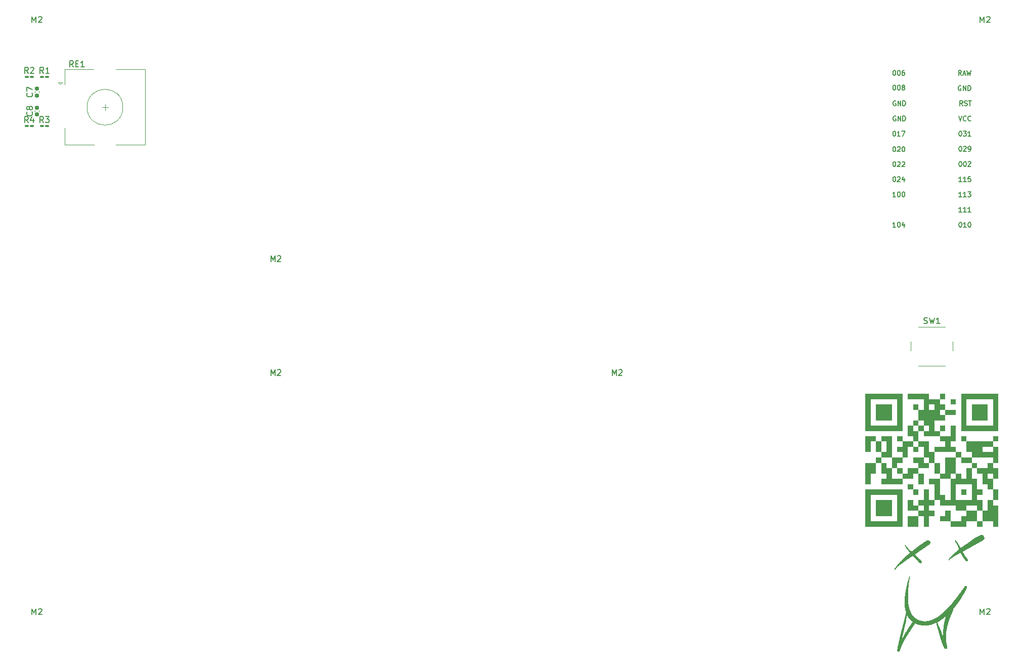
<source format=gto>
G04 #@! TF.GenerationSoftware,KiCad,Pcbnew,(6.0.1)*
G04 #@! TF.CreationDate,2022-04-12T16:56:48+02:00*
G04 #@! TF.ProjectId,Keyboard Left Hand Side,4b657962-6f61-4726-9420-4c6566742048,rev?*
G04 #@! TF.SameCoordinates,Original*
G04 #@! TF.FileFunction,Legend,Top*
G04 #@! TF.FilePolarity,Positive*
%FSLAX46Y46*%
G04 Gerber Fmt 4.6, Leading zero omitted, Abs format (unit mm)*
G04 Created by KiCad (PCBNEW (6.0.1)) date 2022-04-12 16:56:48*
%MOMM*%
%LPD*%
G01*
G04 APERTURE LIST*
G04 Aperture macros list*
%AMRoundRect*
0 Rectangle with rounded corners*
0 $1 Rounding radius*
0 $2 $3 $4 $5 $6 $7 $8 $9 X,Y pos of 4 corners*
0 Add a 4 corners polygon primitive as box body*
4,1,4,$2,$3,$4,$5,$6,$7,$8,$9,$2,$3,0*
0 Add four circle primitives for the rounded corners*
1,1,$1+$1,$2,$3*
1,1,$1+$1,$4,$5*
1,1,$1+$1,$6,$7*
1,1,$1+$1,$8,$9*
0 Add four rect primitives between the rounded corners*
20,1,$1+$1,$2,$3,$4,$5,0*
20,1,$1+$1,$4,$5,$6,$7,0*
20,1,$1+$1,$6,$7,$8,$9,0*
20,1,$1+$1,$8,$9,$2,$3,0*%
G04 Aperture macros list end*
%ADD10C,0.150000*%
%ADD11C,0.120000*%
%ADD12C,1.752600*%
%ADD13C,1.750000*%
%ADD14C,3.987800*%
%ADD15RoundRect,0.100000X-0.217500X-0.100000X0.217500X-0.100000X0.217500X0.100000X-0.217500X0.100000X0*%
%ADD16C,2.200000*%
%ADD17C,1.397000*%
%ADD18RoundRect,0.155000X0.155000X-0.212500X0.155000X0.212500X-0.155000X0.212500X-0.155000X-0.212500X0*%
%ADD19C,3.048000*%
%ADD20R,2.000000X2.000000*%
%ADD21C,2.000000*%
%ADD22R,3.000000X2.500000*%
%ADD23RoundRect,0.100000X0.217500X0.100000X-0.217500X0.100000X-0.217500X-0.100000X0.217500X-0.100000X0*%
%ADD24R,1.050000X1.500000*%
%ADD25O,1.050000X1.500000*%
%ADD26C,2.800000*%
G04 APERTURE END LIST*
D10*
X38568333Y-54012380D02*
X38235000Y-53536190D01*
X37996904Y-54012380D02*
X37996904Y-53012380D01*
X38377857Y-53012380D01*
X38473095Y-53060000D01*
X38520714Y-53107619D01*
X38568333Y-53202857D01*
X38568333Y-53345714D01*
X38520714Y-53440952D01*
X38473095Y-53488571D01*
X38377857Y-53536190D01*
X37996904Y-53536190D01*
X39425476Y-53345714D02*
X39425476Y-54012380D01*
X39187380Y-52964761D02*
X38949285Y-53679047D01*
X39568333Y-53679047D01*
X136350476Y-96312380D02*
X136350476Y-95312380D01*
X136683809Y-96026666D01*
X137017142Y-95312380D01*
X137017142Y-96312380D01*
X137445714Y-95407619D02*
X137493333Y-95360000D01*
X137588571Y-95312380D01*
X137826666Y-95312380D01*
X137921904Y-95360000D01*
X137969523Y-95407619D01*
X138017142Y-95502857D01*
X138017142Y-95598095D01*
X137969523Y-95740952D01*
X137398095Y-96312380D01*
X138017142Y-96312380D01*
X39195476Y-136317380D02*
X39195476Y-135317380D01*
X39528809Y-136031666D01*
X39862142Y-135317380D01*
X39862142Y-136317380D01*
X40290714Y-135412619D02*
X40338333Y-135365000D01*
X40433571Y-135317380D01*
X40671666Y-135317380D01*
X40766904Y-135365000D01*
X40814523Y-135412619D01*
X40862142Y-135507857D01*
X40862142Y-135603095D01*
X40814523Y-135745952D01*
X40243095Y-136317380D01*
X40862142Y-136317380D01*
X79200476Y-77262380D02*
X79200476Y-76262380D01*
X79533809Y-76976666D01*
X79867142Y-76262380D01*
X79867142Y-77262380D01*
X80295714Y-76357619D02*
X80343333Y-76310000D01*
X80438571Y-76262380D01*
X80676666Y-76262380D01*
X80771904Y-76310000D01*
X80819523Y-76357619D01*
X80867142Y-76452857D01*
X80867142Y-76548095D01*
X80819523Y-76690952D01*
X80248095Y-77262380D01*
X80867142Y-77262380D01*
X197945476Y-136317380D02*
X197945476Y-135317380D01*
X198278809Y-136031666D01*
X198612142Y-135317380D01*
X198612142Y-136317380D01*
X199040714Y-135412619D02*
X199088333Y-135365000D01*
X199183571Y-135317380D01*
X199421666Y-135317380D01*
X199516904Y-135365000D01*
X199564523Y-135412619D01*
X199612142Y-135507857D01*
X199612142Y-135603095D01*
X199564523Y-135745952D01*
X198993095Y-136317380D01*
X199612142Y-136317380D01*
X39195476Y-37257380D02*
X39195476Y-36257380D01*
X39528809Y-36971666D01*
X39862142Y-36257380D01*
X39862142Y-37257380D01*
X40290714Y-36352619D02*
X40338333Y-36305000D01*
X40433571Y-36257380D01*
X40671666Y-36257380D01*
X40766904Y-36305000D01*
X40814523Y-36352619D01*
X40862142Y-36447857D01*
X40862142Y-36543095D01*
X40814523Y-36685952D01*
X40243095Y-37257380D01*
X40862142Y-37257380D01*
X39202142Y-49061666D02*
X39249761Y-49109285D01*
X39297380Y-49252142D01*
X39297380Y-49347380D01*
X39249761Y-49490238D01*
X39154523Y-49585476D01*
X39059285Y-49633095D01*
X38868809Y-49680714D01*
X38725952Y-49680714D01*
X38535476Y-49633095D01*
X38440238Y-49585476D01*
X38345000Y-49490238D01*
X38297380Y-49347380D01*
X38297380Y-49252142D01*
X38345000Y-49109285D01*
X38392619Y-49061666D01*
X38297380Y-48728333D02*
X38297380Y-48061666D01*
X39297380Y-48490238D01*
X39202142Y-52236666D02*
X39249761Y-52284285D01*
X39297380Y-52427142D01*
X39297380Y-52522380D01*
X39249761Y-52665238D01*
X39154523Y-52760476D01*
X39059285Y-52808095D01*
X38868809Y-52855714D01*
X38725952Y-52855714D01*
X38535476Y-52808095D01*
X38440238Y-52760476D01*
X38345000Y-52665238D01*
X38297380Y-52522380D01*
X38297380Y-52427142D01*
X38345000Y-52284285D01*
X38392619Y-52236666D01*
X38725952Y-51665238D02*
X38678333Y-51760476D01*
X38630714Y-51808095D01*
X38535476Y-51855714D01*
X38487857Y-51855714D01*
X38392619Y-51808095D01*
X38345000Y-51760476D01*
X38297380Y-51665238D01*
X38297380Y-51474761D01*
X38345000Y-51379523D01*
X38392619Y-51331904D01*
X38487857Y-51284285D01*
X38535476Y-51284285D01*
X38630714Y-51331904D01*
X38678333Y-51379523D01*
X38725952Y-51474761D01*
X38725952Y-51665238D01*
X38773571Y-51760476D01*
X38821190Y-51808095D01*
X38916428Y-51855714D01*
X39106904Y-51855714D01*
X39202142Y-51808095D01*
X39249761Y-51760476D01*
X39297380Y-51665238D01*
X39297380Y-51474761D01*
X39249761Y-51379523D01*
X39202142Y-51331904D01*
X39106904Y-51284285D01*
X38916428Y-51284285D01*
X38821190Y-51331904D01*
X38773571Y-51379523D01*
X38725952Y-51474761D01*
X38568333Y-45757380D02*
X38235000Y-45281190D01*
X37996904Y-45757380D02*
X37996904Y-44757380D01*
X38377857Y-44757380D01*
X38473095Y-44805000D01*
X38520714Y-44852619D01*
X38568333Y-44947857D01*
X38568333Y-45090714D01*
X38520714Y-45185952D01*
X38473095Y-45233571D01*
X38377857Y-45281190D01*
X37996904Y-45281190D01*
X38949285Y-44852619D02*
X38996904Y-44805000D01*
X39092142Y-44757380D01*
X39330238Y-44757380D01*
X39425476Y-44805000D01*
X39473095Y-44852619D01*
X39520714Y-44947857D01*
X39520714Y-45043095D01*
X39473095Y-45185952D01*
X38901666Y-45757380D01*
X39520714Y-45757380D01*
X46100752Y-44687380D02*
X45767419Y-44211190D01*
X45529323Y-44687380D02*
X45529323Y-43687380D01*
X45910276Y-43687380D01*
X46005514Y-43735000D01*
X46053133Y-43782619D01*
X46100752Y-43877857D01*
X46100752Y-44020714D01*
X46053133Y-44115952D01*
X46005514Y-44163571D01*
X45910276Y-44211190D01*
X45529323Y-44211190D01*
X46529323Y-44163571D02*
X46862657Y-44163571D01*
X47005514Y-44687380D02*
X46529323Y-44687380D01*
X46529323Y-43687380D01*
X47005514Y-43687380D01*
X47957895Y-44687380D02*
X47386466Y-44687380D01*
X47672180Y-44687380D02*
X47672180Y-43687380D01*
X47576942Y-43830238D01*
X47481704Y-43925476D01*
X47386466Y-43973095D01*
X197945476Y-37257380D02*
X197945476Y-36257380D01*
X198278809Y-36971666D01*
X198612142Y-36257380D01*
X198612142Y-37257380D01*
X199040714Y-36352619D02*
X199088333Y-36305000D01*
X199183571Y-36257380D01*
X199421666Y-36257380D01*
X199516904Y-36305000D01*
X199564523Y-36352619D01*
X199612142Y-36447857D01*
X199612142Y-36543095D01*
X199564523Y-36685952D01*
X198993095Y-37257380D01*
X199612142Y-37257380D01*
X41138333Y-45752380D02*
X40805000Y-45276190D01*
X40566904Y-45752380D02*
X40566904Y-44752380D01*
X40947857Y-44752380D01*
X41043095Y-44800000D01*
X41090714Y-44847619D01*
X41138333Y-44942857D01*
X41138333Y-45085714D01*
X41090714Y-45180952D01*
X41043095Y-45228571D01*
X40947857Y-45276190D01*
X40566904Y-45276190D01*
X42090714Y-45752380D02*
X41519285Y-45752380D01*
X41805000Y-45752380D02*
X41805000Y-44752380D01*
X41709761Y-44895238D01*
X41614523Y-44990476D01*
X41519285Y-45038095D01*
X41128333Y-54012380D02*
X40795000Y-53536190D01*
X40556904Y-54012380D02*
X40556904Y-53012380D01*
X40937857Y-53012380D01*
X41033095Y-53060000D01*
X41080714Y-53107619D01*
X41128333Y-53202857D01*
X41128333Y-53345714D01*
X41080714Y-53440952D01*
X41033095Y-53488571D01*
X40937857Y-53536190D01*
X40556904Y-53536190D01*
X41461666Y-53012380D02*
X42080714Y-53012380D01*
X41747380Y-53393333D01*
X41890238Y-53393333D01*
X41985476Y-53440952D01*
X42033095Y-53488571D01*
X42080714Y-53583809D01*
X42080714Y-53821904D01*
X42033095Y-53917142D01*
X41985476Y-53964761D01*
X41890238Y-54012380D01*
X41604523Y-54012380D01*
X41509285Y-53964761D01*
X41461666Y-53917142D01*
X188531666Y-87594761D02*
X188674523Y-87642380D01*
X188912619Y-87642380D01*
X189007857Y-87594761D01*
X189055476Y-87547142D01*
X189103095Y-87451904D01*
X189103095Y-87356666D01*
X189055476Y-87261428D01*
X189007857Y-87213809D01*
X188912619Y-87166190D01*
X188722142Y-87118571D01*
X188626904Y-87070952D01*
X188579285Y-87023333D01*
X188531666Y-86928095D01*
X188531666Y-86832857D01*
X188579285Y-86737619D01*
X188626904Y-86690000D01*
X188722142Y-86642380D01*
X188960238Y-86642380D01*
X189103095Y-86690000D01*
X189436428Y-86642380D02*
X189674523Y-87642380D01*
X189865000Y-86928095D01*
X190055476Y-87642380D01*
X190293571Y-86642380D01*
X191198333Y-87642380D02*
X190626904Y-87642380D01*
X190912619Y-87642380D02*
X190912619Y-86642380D01*
X190817380Y-86785238D01*
X190722142Y-86880476D01*
X190626904Y-86928095D01*
X79200476Y-96312380D02*
X79200476Y-95312380D01*
X79533809Y-96026666D01*
X79867142Y-95312380D01*
X79867142Y-96312380D01*
X80295714Y-95407619D02*
X80343333Y-95360000D01*
X80438571Y-95312380D01*
X80676666Y-95312380D01*
X80771904Y-95360000D01*
X80819523Y-95407619D01*
X80867142Y-95502857D01*
X80867142Y-95598095D01*
X80819523Y-95740952D01*
X80248095Y-96312380D01*
X80867142Y-96312380D01*
X194868857Y-63861904D02*
X194411714Y-63861904D01*
X194640286Y-63861904D02*
X194640286Y-63061904D01*
X194564095Y-63176190D01*
X194487905Y-63252380D01*
X194411714Y-63290476D01*
X195630762Y-63861904D02*
X195173619Y-63861904D01*
X195402191Y-63861904D02*
X195402191Y-63061904D01*
X195326000Y-63176190D01*
X195249810Y-63252380D01*
X195173619Y-63290476D01*
X196354571Y-63061904D02*
X195973619Y-63061904D01*
X195935524Y-63442857D01*
X195973619Y-63404761D01*
X196049810Y-63366666D01*
X196240286Y-63366666D01*
X196316476Y-63404761D01*
X196354571Y-63442857D01*
X196392667Y-63519047D01*
X196392667Y-63709523D01*
X196354571Y-63785714D01*
X196316476Y-63823809D01*
X196240286Y-63861904D01*
X196049810Y-63861904D01*
X195973619Y-63823809D01*
X195935524Y-63785714D01*
X194710143Y-47860000D02*
X194633952Y-47821904D01*
X194519667Y-47821904D01*
X194405381Y-47860000D01*
X194329190Y-47936190D01*
X194291095Y-48012380D01*
X194253000Y-48164761D01*
X194253000Y-48279047D01*
X194291095Y-48431428D01*
X194329190Y-48507619D01*
X194405381Y-48583809D01*
X194519667Y-48621904D01*
X194595857Y-48621904D01*
X194710143Y-48583809D01*
X194748238Y-48545714D01*
X194748238Y-48279047D01*
X194595857Y-48279047D01*
X195091095Y-48621904D02*
X195091095Y-47821904D01*
X195548238Y-48621904D01*
X195548238Y-47821904D01*
X195929190Y-48621904D02*
X195929190Y-47821904D01*
X196119667Y-47821904D01*
X196233952Y-47860000D01*
X196310143Y-47936190D01*
X196348238Y-48012380D01*
X196386333Y-48164761D01*
X196386333Y-48279047D01*
X196348238Y-48431428D01*
X196310143Y-48507619D01*
X196233952Y-48583809D01*
X196119667Y-48621904D01*
X195929190Y-48621904D01*
X194786334Y-46081904D02*
X194519667Y-45700952D01*
X194329191Y-46081904D02*
X194329191Y-45281904D01*
X194633953Y-45281904D01*
X194710143Y-45320000D01*
X194748238Y-45358095D01*
X194786334Y-45434285D01*
X194786334Y-45548571D01*
X194748238Y-45624761D01*
X194710143Y-45662857D01*
X194633953Y-45700952D01*
X194329191Y-45700952D01*
X195091095Y-45853333D02*
X195472048Y-45853333D01*
X195014905Y-46081904D02*
X195281572Y-45281904D01*
X195548238Y-46081904D01*
X195738715Y-45281904D02*
X195929191Y-46081904D01*
X196081572Y-45510476D01*
X196233953Y-46081904D01*
X196424429Y-45281904D01*
X183527810Y-60551904D02*
X183604000Y-60551904D01*
X183680190Y-60590000D01*
X183718286Y-60628095D01*
X183756381Y-60704285D01*
X183794476Y-60856666D01*
X183794476Y-61047142D01*
X183756381Y-61199523D01*
X183718286Y-61275714D01*
X183680190Y-61313809D01*
X183604000Y-61351904D01*
X183527810Y-61351904D01*
X183451619Y-61313809D01*
X183413524Y-61275714D01*
X183375429Y-61199523D01*
X183337333Y-61047142D01*
X183337333Y-60856666D01*
X183375429Y-60704285D01*
X183413524Y-60628095D01*
X183451619Y-60590000D01*
X183527810Y-60551904D01*
X184099238Y-60628095D02*
X184137333Y-60590000D01*
X184213524Y-60551904D01*
X184404000Y-60551904D01*
X184480190Y-60590000D01*
X184518286Y-60628095D01*
X184556381Y-60704285D01*
X184556381Y-60780476D01*
X184518286Y-60894761D01*
X184061143Y-61351904D01*
X184556381Y-61351904D01*
X184861143Y-60628095D02*
X184899238Y-60590000D01*
X184975429Y-60551904D01*
X185165905Y-60551904D01*
X185242095Y-60590000D01*
X185280190Y-60628095D01*
X185318286Y-60704285D01*
X185318286Y-60780476D01*
X185280190Y-60894761D01*
X184823048Y-61351904D01*
X185318286Y-61351904D01*
X183794476Y-71481904D02*
X183337333Y-71481904D01*
X183565905Y-71481904D02*
X183565905Y-70681904D01*
X183489714Y-70796190D01*
X183413524Y-70872380D01*
X183337333Y-70910476D01*
X184289714Y-70681904D02*
X184365905Y-70681904D01*
X184442095Y-70720000D01*
X184480190Y-70758095D01*
X184518286Y-70834285D01*
X184556381Y-70986666D01*
X184556381Y-71177142D01*
X184518286Y-71329523D01*
X184480190Y-71405714D01*
X184442095Y-71443809D01*
X184365905Y-71481904D01*
X184289714Y-71481904D01*
X184213524Y-71443809D01*
X184175429Y-71405714D01*
X184137333Y-71329523D01*
X184099238Y-71177142D01*
X184099238Y-70986666D01*
X184137333Y-70834285D01*
X184175429Y-70758095D01*
X184213524Y-70720000D01*
X184289714Y-70681904D01*
X185242095Y-70948571D02*
X185242095Y-71481904D01*
X185051619Y-70643809D02*
X184861143Y-71215238D01*
X185356381Y-71215238D01*
X183527810Y-45281904D02*
X183604000Y-45281904D01*
X183680190Y-45320000D01*
X183718286Y-45358095D01*
X183756381Y-45434285D01*
X183794476Y-45586666D01*
X183794476Y-45777142D01*
X183756381Y-45929523D01*
X183718286Y-46005714D01*
X183680190Y-46043809D01*
X183604000Y-46081904D01*
X183527810Y-46081904D01*
X183451619Y-46043809D01*
X183413524Y-46005714D01*
X183375429Y-45929523D01*
X183337333Y-45777142D01*
X183337333Y-45586666D01*
X183375429Y-45434285D01*
X183413524Y-45358095D01*
X183451619Y-45320000D01*
X183527810Y-45281904D01*
X184289714Y-45281904D02*
X184365905Y-45281904D01*
X184442095Y-45320000D01*
X184480190Y-45358095D01*
X184518286Y-45434285D01*
X184556381Y-45586666D01*
X184556381Y-45777142D01*
X184518286Y-45929523D01*
X184480190Y-46005714D01*
X184442095Y-46043809D01*
X184365905Y-46081904D01*
X184289714Y-46081904D01*
X184213524Y-46043809D01*
X184175429Y-46005714D01*
X184137333Y-45929523D01*
X184099238Y-45777142D01*
X184099238Y-45586666D01*
X184137333Y-45434285D01*
X184175429Y-45358095D01*
X184213524Y-45320000D01*
X184289714Y-45281904D01*
X185242095Y-45281904D02*
X185089714Y-45281904D01*
X185013524Y-45320000D01*
X184975429Y-45358095D01*
X184899238Y-45472380D01*
X184861143Y-45624761D01*
X184861143Y-45929523D01*
X184899238Y-46005714D01*
X184937333Y-46043809D01*
X185013524Y-46081904D01*
X185165905Y-46081904D01*
X185242095Y-46043809D01*
X185280190Y-46005714D01*
X185318286Y-45929523D01*
X185318286Y-45739047D01*
X185280190Y-45662857D01*
X185242095Y-45624761D01*
X185165905Y-45586666D01*
X185013524Y-45586666D01*
X184937333Y-45624761D01*
X184899238Y-45662857D01*
X184861143Y-45739047D01*
X183527810Y-55451904D02*
X183604000Y-55451904D01*
X183680190Y-55490000D01*
X183718286Y-55528095D01*
X183756381Y-55604285D01*
X183794476Y-55756666D01*
X183794476Y-55947142D01*
X183756381Y-56099523D01*
X183718286Y-56175714D01*
X183680190Y-56213809D01*
X183604000Y-56251904D01*
X183527810Y-56251904D01*
X183451619Y-56213809D01*
X183413524Y-56175714D01*
X183375429Y-56099523D01*
X183337333Y-55947142D01*
X183337333Y-55756666D01*
X183375429Y-55604285D01*
X183413524Y-55528095D01*
X183451619Y-55490000D01*
X183527810Y-55451904D01*
X184556381Y-56251904D02*
X184099238Y-56251904D01*
X184327810Y-56251904D02*
X184327810Y-55451904D01*
X184251619Y-55566190D01*
X184175429Y-55642380D01*
X184099238Y-55680476D01*
X184823048Y-55451904D02*
X185356381Y-55451904D01*
X185013524Y-56251904D01*
X194602191Y-55441904D02*
X194678381Y-55441904D01*
X194754571Y-55480000D01*
X194792667Y-55518095D01*
X194830762Y-55594285D01*
X194868857Y-55746666D01*
X194868857Y-55937142D01*
X194830762Y-56089523D01*
X194792667Y-56165714D01*
X194754571Y-56203809D01*
X194678381Y-56241904D01*
X194602191Y-56241904D01*
X194526000Y-56203809D01*
X194487905Y-56165714D01*
X194449810Y-56089523D01*
X194411714Y-55937142D01*
X194411714Y-55746666D01*
X194449810Y-55594285D01*
X194487905Y-55518095D01*
X194526000Y-55480000D01*
X194602191Y-55441904D01*
X195135524Y-55441904D02*
X195630762Y-55441904D01*
X195364095Y-55746666D01*
X195478381Y-55746666D01*
X195554571Y-55784761D01*
X195592667Y-55822857D01*
X195630762Y-55899047D01*
X195630762Y-56089523D01*
X195592667Y-56165714D01*
X195554571Y-56203809D01*
X195478381Y-56241904D01*
X195249810Y-56241904D01*
X195173619Y-56203809D01*
X195135524Y-56165714D01*
X196392667Y-56241904D02*
X195935524Y-56241904D01*
X196164095Y-56241904D02*
X196164095Y-55441904D01*
X196087905Y-55556190D01*
X196011714Y-55632380D01*
X195935524Y-55670476D01*
X194868857Y-66401904D02*
X194411714Y-66401904D01*
X194640286Y-66401904D02*
X194640286Y-65601904D01*
X194564095Y-65716190D01*
X194487905Y-65792380D01*
X194411714Y-65830476D01*
X195630762Y-66401904D02*
X195173619Y-66401904D01*
X195402191Y-66401904D02*
X195402191Y-65601904D01*
X195326000Y-65716190D01*
X195249810Y-65792380D01*
X195173619Y-65830476D01*
X195897429Y-65601904D02*
X196392667Y-65601904D01*
X196126000Y-65906666D01*
X196240286Y-65906666D01*
X196316476Y-65944761D01*
X196354571Y-65982857D01*
X196392667Y-66059047D01*
X196392667Y-66249523D01*
X196354571Y-66325714D01*
X196316476Y-66363809D01*
X196240286Y-66401904D01*
X196011714Y-66401904D01*
X195935524Y-66363809D01*
X195897429Y-66325714D01*
X195014904Y-51161904D02*
X194748238Y-50780952D01*
X194557761Y-51161904D02*
X194557761Y-50361904D01*
X194862523Y-50361904D01*
X194938714Y-50400000D01*
X194976809Y-50438095D01*
X195014904Y-50514285D01*
X195014904Y-50628571D01*
X194976809Y-50704761D01*
X194938714Y-50742857D01*
X194862523Y-50780952D01*
X194557761Y-50780952D01*
X195319666Y-51123809D02*
X195433952Y-51161904D01*
X195624428Y-51161904D01*
X195700619Y-51123809D01*
X195738714Y-51085714D01*
X195776809Y-51009523D01*
X195776809Y-50933333D01*
X195738714Y-50857142D01*
X195700619Y-50819047D01*
X195624428Y-50780952D01*
X195472047Y-50742857D01*
X195395857Y-50704761D01*
X195357761Y-50666666D01*
X195319666Y-50590476D01*
X195319666Y-50514285D01*
X195357761Y-50438095D01*
X195395857Y-50400000D01*
X195472047Y-50361904D01*
X195662523Y-50361904D01*
X195776809Y-50400000D01*
X196005380Y-50361904D02*
X196462523Y-50361904D01*
X196233952Y-51161904D02*
X196233952Y-50361904D01*
X194602191Y-57981904D02*
X194678381Y-57981904D01*
X194754571Y-58020000D01*
X194792667Y-58058095D01*
X194830762Y-58134285D01*
X194868857Y-58286666D01*
X194868857Y-58477142D01*
X194830762Y-58629523D01*
X194792667Y-58705714D01*
X194754571Y-58743809D01*
X194678381Y-58781904D01*
X194602191Y-58781904D01*
X194526000Y-58743809D01*
X194487905Y-58705714D01*
X194449810Y-58629523D01*
X194411714Y-58477142D01*
X194411714Y-58286666D01*
X194449810Y-58134285D01*
X194487905Y-58058095D01*
X194526000Y-58020000D01*
X194602191Y-57981904D01*
X195173619Y-58058095D02*
X195211714Y-58020000D01*
X195287905Y-57981904D01*
X195478381Y-57981904D01*
X195554571Y-58020000D01*
X195592667Y-58058095D01*
X195630762Y-58134285D01*
X195630762Y-58210476D01*
X195592667Y-58324761D01*
X195135524Y-58781904D01*
X195630762Y-58781904D01*
X196011714Y-58781904D02*
X196164095Y-58781904D01*
X196240286Y-58743809D01*
X196278381Y-58705714D01*
X196354571Y-58591428D01*
X196392667Y-58439047D01*
X196392667Y-58134285D01*
X196354571Y-58058095D01*
X196316476Y-58020000D01*
X196240286Y-57981904D01*
X196087905Y-57981904D01*
X196011714Y-58020000D01*
X195973619Y-58058095D01*
X195935524Y-58134285D01*
X195935524Y-58324761D01*
X195973619Y-58400952D01*
X196011714Y-58439047D01*
X196087905Y-58477142D01*
X196240286Y-58477142D01*
X196316476Y-58439047D01*
X196354571Y-58400952D01*
X196392667Y-58324761D01*
X183794476Y-66401904D02*
X183337333Y-66401904D01*
X183565905Y-66401904D02*
X183565905Y-65601904D01*
X183489714Y-65716190D01*
X183413524Y-65792380D01*
X183337333Y-65830476D01*
X184289714Y-65601904D02*
X184365905Y-65601904D01*
X184442095Y-65640000D01*
X184480190Y-65678095D01*
X184518286Y-65754285D01*
X184556381Y-65906666D01*
X184556381Y-66097142D01*
X184518286Y-66249523D01*
X184480190Y-66325714D01*
X184442095Y-66363809D01*
X184365905Y-66401904D01*
X184289714Y-66401904D01*
X184213524Y-66363809D01*
X184175429Y-66325714D01*
X184137333Y-66249523D01*
X184099238Y-66097142D01*
X184099238Y-65906666D01*
X184137333Y-65754285D01*
X184175429Y-65678095D01*
X184213524Y-65640000D01*
X184289714Y-65601904D01*
X185051619Y-65601904D02*
X185127810Y-65601904D01*
X185204000Y-65640000D01*
X185242095Y-65678095D01*
X185280190Y-65754285D01*
X185318286Y-65906666D01*
X185318286Y-66097142D01*
X185280190Y-66249523D01*
X185242095Y-66325714D01*
X185204000Y-66363809D01*
X185127810Y-66401904D01*
X185051619Y-66401904D01*
X184975429Y-66363809D01*
X184937333Y-66325714D01*
X184899238Y-66249523D01*
X184861143Y-66097142D01*
X184861143Y-65906666D01*
X184899238Y-65754285D01*
X184937333Y-65678095D01*
X184975429Y-65640000D01*
X185051619Y-65601904D01*
X183527810Y-63061904D02*
X183604000Y-63061904D01*
X183680190Y-63100000D01*
X183718286Y-63138095D01*
X183756381Y-63214285D01*
X183794476Y-63366666D01*
X183794476Y-63557142D01*
X183756381Y-63709523D01*
X183718286Y-63785714D01*
X183680190Y-63823809D01*
X183604000Y-63861904D01*
X183527810Y-63861904D01*
X183451619Y-63823809D01*
X183413524Y-63785714D01*
X183375429Y-63709523D01*
X183337333Y-63557142D01*
X183337333Y-63366666D01*
X183375429Y-63214285D01*
X183413524Y-63138095D01*
X183451619Y-63100000D01*
X183527810Y-63061904D01*
X184099238Y-63138095D02*
X184137333Y-63100000D01*
X184213524Y-63061904D01*
X184404000Y-63061904D01*
X184480190Y-63100000D01*
X184518286Y-63138095D01*
X184556381Y-63214285D01*
X184556381Y-63290476D01*
X184518286Y-63404761D01*
X184061143Y-63861904D01*
X184556381Y-63861904D01*
X185242095Y-63328571D02*
X185242095Y-63861904D01*
X185051619Y-63023809D02*
X184861143Y-63595238D01*
X185356381Y-63595238D01*
X194602191Y-70681904D02*
X194678381Y-70681904D01*
X194754571Y-70720000D01*
X194792667Y-70758095D01*
X194830762Y-70834285D01*
X194868857Y-70986666D01*
X194868857Y-71177142D01*
X194830762Y-71329523D01*
X194792667Y-71405714D01*
X194754571Y-71443809D01*
X194678381Y-71481904D01*
X194602191Y-71481904D01*
X194526000Y-71443809D01*
X194487905Y-71405714D01*
X194449810Y-71329523D01*
X194411714Y-71177142D01*
X194411714Y-70986666D01*
X194449810Y-70834285D01*
X194487905Y-70758095D01*
X194526000Y-70720000D01*
X194602191Y-70681904D01*
X195630762Y-71481904D02*
X195173619Y-71481904D01*
X195402191Y-71481904D02*
X195402191Y-70681904D01*
X195326000Y-70796190D01*
X195249810Y-70872380D01*
X195173619Y-70910476D01*
X196126000Y-70681904D02*
X196202191Y-70681904D01*
X196278381Y-70720000D01*
X196316476Y-70758095D01*
X196354571Y-70834285D01*
X196392667Y-70986666D01*
X196392667Y-71177142D01*
X196354571Y-71329523D01*
X196316476Y-71405714D01*
X196278381Y-71443809D01*
X196202191Y-71481904D01*
X196126000Y-71481904D01*
X196049810Y-71443809D01*
X196011714Y-71405714D01*
X195973619Y-71329523D01*
X195935524Y-71177142D01*
X195935524Y-70986666D01*
X195973619Y-70834285D01*
X196011714Y-70758095D01*
X196049810Y-70720000D01*
X196126000Y-70681904D01*
X194335524Y-52901904D02*
X194602191Y-53701904D01*
X194868857Y-52901904D01*
X195592667Y-53625714D02*
X195554571Y-53663809D01*
X195440286Y-53701904D01*
X195364095Y-53701904D01*
X195249810Y-53663809D01*
X195173619Y-53587619D01*
X195135524Y-53511428D01*
X195097429Y-53359047D01*
X195097429Y-53244761D01*
X195135524Y-53092380D01*
X195173619Y-53016190D01*
X195249810Y-52940000D01*
X195364095Y-52901904D01*
X195440286Y-52901904D01*
X195554571Y-52940000D01*
X195592667Y-52978095D01*
X196392667Y-53625714D02*
X196354571Y-53663809D01*
X196240286Y-53701904D01*
X196164095Y-53701904D01*
X196049810Y-53663809D01*
X195973619Y-53587619D01*
X195935524Y-53511428D01*
X195897429Y-53359047D01*
X195897429Y-53244761D01*
X195935524Y-53092380D01*
X195973619Y-53016190D01*
X196049810Y-52940000D01*
X196164095Y-52901904D01*
X196240286Y-52901904D01*
X196354571Y-52940000D01*
X196392667Y-52978095D01*
X183527810Y-47751904D02*
X183604000Y-47751904D01*
X183680190Y-47790000D01*
X183718286Y-47828095D01*
X183756381Y-47904285D01*
X183794476Y-48056666D01*
X183794476Y-48247142D01*
X183756381Y-48399523D01*
X183718286Y-48475714D01*
X183680190Y-48513809D01*
X183604000Y-48551904D01*
X183527810Y-48551904D01*
X183451619Y-48513809D01*
X183413524Y-48475714D01*
X183375429Y-48399523D01*
X183337333Y-48247142D01*
X183337333Y-48056666D01*
X183375429Y-47904285D01*
X183413524Y-47828095D01*
X183451619Y-47790000D01*
X183527810Y-47751904D01*
X184289714Y-47751904D02*
X184365905Y-47751904D01*
X184442095Y-47790000D01*
X184480190Y-47828095D01*
X184518286Y-47904285D01*
X184556381Y-48056666D01*
X184556381Y-48247142D01*
X184518286Y-48399523D01*
X184480190Y-48475714D01*
X184442095Y-48513809D01*
X184365905Y-48551904D01*
X184289714Y-48551904D01*
X184213524Y-48513809D01*
X184175429Y-48475714D01*
X184137333Y-48399523D01*
X184099238Y-48247142D01*
X184099238Y-48056666D01*
X184137333Y-47904285D01*
X184175429Y-47828095D01*
X184213524Y-47790000D01*
X184289714Y-47751904D01*
X185013524Y-48094761D02*
X184937333Y-48056666D01*
X184899238Y-48018571D01*
X184861143Y-47942380D01*
X184861143Y-47904285D01*
X184899238Y-47828095D01*
X184937333Y-47790000D01*
X185013524Y-47751904D01*
X185165905Y-47751904D01*
X185242095Y-47790000D01*
X185280190Y-47828095D01*
X185318286Y-47904285D01*
X185318286Y-47942380D01*
X185280190Y-48018571D01*
X185242095Y-48056666D01*
X185165905Y-48094761D01*
X185013524Y-48094761D01*
X184937333Y-48132857D01*
X184899238Y-48170952D01*
X184861143Y-48247142D01*
X184861143Y-48399523D01*
X184899238Y-48475714D01*
X184937333Y-48513809D01*
X185013524Y-48551904D01*
X185165905Y-48551904D01*
X185242095Y-48513809D01*
X185280190Y-48475714D01*
X185318286Y-48399523D01*
X185318286Y-48247142D01*
X185280190Y-48170952D01*
X185242095Y-48132857D01*
X185165905Y-48094761D01*
X194602191Y-60521904D02*
X194678381Y-60521904D01*
X194754571Y-60560000D01*
X194792667Y-60598095D01*
X194830762Y-60674285D01*
X194868857Y-60826666D01*
X194868857Y-61017142D01*
X194830762Y-61169523D01*
X194792667Y-61245714D01*
X194754571Y-61283809D01*
X194678381Y-61321904D01*
X194602191Y-61321904D01*
X194526000Y-61283809D01*
X194487905Y-61245714D01*
X194449810Y-61169523D01*
X194411714Y-61017142D01*
X194411714Y-60826666D01*
X194449810Y-60674285D01*
X194487905Y-60598095D01*
X194526000Y-60560000D01*
X194602191Y-60521904D01*
X195364095Y-60521904D02*
X195440286Y-60521904D01*
X195516476Y-60560000D01*
X195554571Y-60598095D01*
X195592667Y-60674285D01*
X195630762Y-60826666D01*
X195630762Y-61017142D01*
X195592667Y-61169523D01*
X195554571Y-61245714D01*
X195516476Y-61283809D01*
X195440286Y-61321904D01*
X195364095Y-61321904D01*
X195287905Y-61283809D01*
X195249810Y-61245714D01*
X195211714Y-61169523D01*
X195173619Y-61017142D01*
X195173619Y-60826666D01*
X195211714Y-60674285D01*
X195249810Y-60598095D01*
X195287905Y-60560000D01*
X195364095Y-60521904D01*
X195935524Y-60598095D02*
X195973619Y-60560000D01*
X196049810Y-60521904D01*
X196240286Y-60521904D01*
X196316476Y-60560000D01*
X196354571Y-60598095D01*
X196392667Y-60674285D01*
X196392667Y-60750476D01*
X196354571Y-60864761D01*
X195897429Y-61321904D01*
X196392667Y-61321904D01*
X194868857Y-68941904D02*
X194411714Y-68941904D01*
X194640286Y-68941904D02*
X194640286Y-68141904D01*
X194564095Y-68256190D01*
X194487905Y-68332380D01*
X194411714Y-68370476D01*
X195630762Y-68941904D02*
X195173619Y-68941904D01*
X195402191Y-68941904D02*
X195402191Y-68141904D01*
X195326000Y-68256190D01*
X195249810Y-68332380D01*
X195173619Y-68370476D01*
X196392667Y-68941904D02*
X195935524Y-68941904D01*
X196164095Y-68941904D02*
X196164095Y-68141904D01*
X196087905Y-68256190D01*
X196011714Y-68332380D01*
X195935524Y-68370476D01*
X183527810Y-58051904D02*
X183604000Y-58051904D01*
X183680190Y-58090000D01*
X183718286Y-58128095D01*
X183756381Y-58204285D01*
X183794476Y-58356666D01*
X183794476Y-58547142D01*
X183756381Y-58699523D01*
X183718286Y-58775714D01*
X183680190Y-58813809D01*
X183604000Y-58851904D01*
X183527810Y-58851904D01*
X183451619Y-58813809D01*
X183413524Y-58775714D01*
X183375429Y-58699523D01*
X183337333Y-58547142D01*
X183337333Y-58356666D01*
X183375429Y-58204285D01*
X183413524Y-58128095D01*
X183451619Y-58090000D01*
X183527810Y-58051904D01*
X184099238Y-58128095D02*
X184137333Y-58090000D01*
X184213524Y-58051904D01*
X184404000Y-58051904D01*
X184480190Y-58090000D01*
X184518286Y-58128095D01*
X184556381Y-58204285D01*
X184556381Y-58280476D01*
X184518286Y-58394761D01*
X184061143Y-58851904D01*
X184556381Y-58851904D01*
X185051619Y-58051904D02*
X185127810Y-58051904D01*
X185204000Y-58090000D01*
X185242095Y-58128095D01*
X185280190Y-58204285D01*
X185318286Y-58356666D01*
X185318286Y-58547142D01*
X185280190Y-58699523D01*
X185242095Y-58775714D01*
X185204000Y-58813809D01*
X185127810Y-58851904D01*
X185051619Y-58851904D01*
X184975429Y-58813809D01*
X184937333Y-58775714D01*
X184899238Y-58699523D01*
X184861143Y-58547142D01*
X184861143Y-58356666D01*
X184899238Y-58204285D01*
X184937333Y-58128095D01*
X184975429Y-58090000D01*
X185051619Y-58051904D01*
X183794476Y-52940000D02*
X183718285Y-52901904D01*
X183604000Y-52901904D01*
X183489714Y-52940000D01*
X183413523Y-53016190D01*
X183375428Y-53092380D01*
X183337333Y-53244761D01*
X183337333Y-53359047D01*
X183375428Y-53511428D01*
X183413523Y-53587619D01*
X183489714Y-53663809D01*
X183604000Y-53701904D01*
X183680190Y-53701904D01*
X183794476Y-53663809D01*
X183832571Y-53625714D01*
X183832571Y-53359047D01*
X183680190Y-53359047D01*
X184175428Y-53701904D02*
X184175428Y-52901904D01*
X184632571Y-53701904D01*
X184632571Y-52901904D01*
X185013523Y-53701904D02*
X185013523Y-52901904D01*
X185204000Y-52901904D01*
X185318285Y-52940000D01*
X185394476Y-53016190D01*
X185432571Y-53092380D01*
X185470666Y-53244761D01*
X185470666Y-53359047D01*
X185432571Y-53511428D01*
X185394476Y-53587619D01*
X185318285Y-53663809D01*
X185204000Y-53701904D01*
X185013523Y-53701904D01*
X183794476Y-50400000D02*
X183718285Y-50361904D01*
X183604000Y-50361904D01*
X183489714Y-50400000D01*
X183413523Y-50476190D01*
X183375428Y-50552380D01*
X183337333Y-50704761D01*
X183337333Y-50819047D01*
X183375428Y-50971428D01*
X183413523Y-51047619D01*
X183489714Y-51123809D01*
X183604000Y-51161904D01*
X183680190Y-51161904D01*
X183794476Y-51123809D01*
X183832571Y-51085714D01*
X183832571Y-50819047D01*
X183680190Y-50819047D01*
X184175428Y-51161904D02*
X184175428Y-50361904D01*
X184632571Y-51161904D01*
X184632571Y-50361904D01*
X185013523Y-51161904D02*
X185013523Y-50361904D01*
X185204000Y-50361904D01*
X185318285Y-50400000D01*
X185394476Y-50476190D01*
X185432571Y-50552380D01*
X185470666Y-50704761D01*
X185470666Y-50819047D01*
X185432571Y-50971428D01*
X185394476Y-51047619D01*
X185318285Y-51123809D01*
X185204000Y-51161904D01*
X185013523Y-51161904D01*
G36*
X189268958Y-123867815D02*
G01*
X189302896Y-123874153D01*
X189312110Y-123876220D01*
X189408632Y-123911656D01*
X189495546Y-123969183D01*
X189564741Y-124043202D01*
X189574266Y-124057188D01*
X189597313Y-124095210D01*
X189611175Y-124127745D01*
X189618155Y-124164483D01*
X189620557Y-124215113D01*
X189620760Y-124252796D01*
X189619247Y-124313107D01*
X189613210Y-124365192D01*
X189600331Y-124411672D01*
X189578290Y-124455164D01*
X189544766Y-124498288D01*
X189497440Y-124543664D01*
X189433993Y-124593911D01*
X189352105Y-124651647D01*
X189249456Y-124719493D01*
X189152055Y-124782028D01*
X189131471Y-124796139D01*
X189093297Y-124823152D01*
X189043374Y-124858911D01*
X188998365Y-124891409D01*
X188937359Y-124935551D01*
X188890126Y-124969434D01*
X188849531Y-124997994D01*
X188808438Y-125026166D01*
X188759712Y-125058884D01*
X188696218Y-125101083D01*
X188671794Y-125117277D01*
X188621878Y-125150369D01*
X188582369Y-125176600D01*
X188548440Y-125199222D01*
X188515264Y-125221485D01*
X188478014Y-125246641D01*
X188431863Y-125277942D01*
X188371984Y-125318639D01*
X188293551Y-125371983D01*
X188282574Y-125379449D01*
X188190918Y-125441870D01*
X188117380Y-125492194D01*
X188056055Y-125534532D01*
X188001038Y-125572994D01*
X187946426Y-125611692D01*
X187886313Y-125654736D01*
X187860743Y-125673129D01*
X187812193Y-125707866D01*
X187768866Y-125738495D01*
X187739465Y-125758867D01*
X187737684Y-125760065D01*
X187700294Y-125785938D01*
X187670499Y-125807397D01*
X187638640Y-125830683D01*
X187591962Y-125864546D01*
X187537934Y-125903598D01*
X187484023Y-125942451D01*
X187437697Y-125975714D01*
X187406423Y-125998001D01*
X187403968Y-125999730D01*
X187378267Y-126018033D01*
X187337439Y-126047370D01*
X187289812Y-126081758D01*
X187284389Y-126085683D01*
X187240485Y-126116810D01*
X187206114Y-126139943D01*
X187187520Y-126150912D01*
X187186209Y-126151280D01*
X187170346Y-126159421D01*
X187140516Y-126179925D01*
X187104370Y-126206918D01*
X187069558Y-126234525D01*
X187043733Y-126256871D01*
X187034487Y-126267781D01*
X187044525Y-126281202D01*
X187071703Y-126309773D01*
X187111621Y-126349259D01*
X187159875Y-126395430D01*
X187212064Y-126444051D01*
X187263786Y-126490890D01*
X187295297Y-126518571D01*
X187334597Y-126553679D01*
X187391003Y-126605605D01*
X187460897Y-126670912D01*
X187540665Y-126746159D01*
X187626690Y-126827907D01*
X187715356Y-126912717D01*
X187803047Y-126997149D01*
X187886146Y-127077764D01*
X187961039Y-127151124D01*
X187978708Y-127168573D01*
X188050910Y-127241618D01*
X188102429Y-127297595D01*
X188134682Y-127338180D01*
X188149086Y-127365054D01*
X188150174Y-127371823D01*
X188158503Y-127409728D01*
X188172738Y-127437629D01*
X188187254Y-127474006D01*
X188195180Y-127526418D01*
X188195888Y-127545415D01*
X188194101Y-127592848D01*
X188184195Y-127624454D01*
X188160741Y-127653261D01*
X188144557Y-127668564D01*
X188089665Y-127705250D01*
X188029475Y-127718291D01*
X187962446Y-127707207D01*
X187887034Y-127671520D01*
X187801695Y-127610750D01*
X187716946Y-127535943D01*
X187615216Y-127438207D01*
X187503409Y-127328468D01*
X187387360Y-127212614D01*
X187272903Y-127096532D01*
X187165871Y-126986112D01*
X187072100Y-126887239D01*
X187041392Y-126854175D01*
X186948434Y-126753629D01*
X186872867Y-126672661D01*
X186812670Y-126609334D01*
X186765819Y-126561710D01*
X186730293Y-126527853D01*
X186704070Y-126505826D01*
X186685126Y-126493691D01*
X186671441Y-126489512D01*
X186662120Y-126490885D01*
X186644498Y-126501024D01*
X186605725Y-126525513D01*
X186548660Y-126562477D01*
X186476164Y-126610039D01*
X186391094Y-126666324D01*
X186296311Y-126729456D01*
X186194674Y-126797559D01*
X186194211Y-126797869D01*
X186070752Y-126880870D01*
X185968628Y-126949622D01*
X185885092Y-127006000D01*
X185817400Y-127051877D01*
X185762805Y-127089129D01*
X185718563Y-127119629D01*
X185681928Y-127145251D01*
X185650154Y-127167869D01*
X185620496Y-127189359D01*
X185617227Y-127191748D01*
X185587411Y-127213458D01*
X185544619Y-127244513D01*
X185508556Y-127270632D01*
X185467094Y-127300778D01*
X185434284Y-127324899D01*
X185418914Y-127336479D01*
X185401925Y-127349349D01*
X185367006Y-127375422D01*
X185319538Y-127410690D01*
X185274019Y-127444404D01*
X185215208Y-127487954D01*
X185159563Y-127529245D01*
X185114505Y-127562768D01*
X185092901Y-127578912D01*
X185056975Y-127605488D01*
X185006108Y-127642624D01*
X184945878Y-127686300D01*
X184881864Y-127732499D01*
X184819645Y-127777203D01*
X184764798Y-127816393D01*
X184722903Y-127846051D01*
X184701238Y-127861035D01*
X184674736Y-127880139D01*
X184633470Y-127911431D01*
X184585267Y-127948954D01*
X184572893Y-127958733D01*
X184527116Y-127994950D01*
X184489292Y-128024721D01*
X184465777Y-128043048D01*
X184462325Y-128045670D01*
X184443492Y-128060823D01*
X184411294Y-128087724D01*
X184388167Y-128107356D01*
X184342846Y-128144986D01*
X184296969Y-128181452D01*
X184280098Y-128194292D01*
X184223022Y-128239631D01*
X184153305Y-128299336D01*
X184078278Y-128366774D01*
X184005273Y-128435313D01*
X183941621Y-128498322D01*
X183925825Y-128514755D01*
X183861125Y-128584717D01*
X183814997Y-128639235D01*
X183784676Y-128682476D01*
X183767401Y-128718609D01*
X183760409Y-128751801D01*
X183759872Y-128765110D01*
X183756420Y-128802595D01*
X183740533Y-128824170D01*
X183709624Y-128839812D01*
X183670041Y-128855114D01*
X183645241Y-128858964D01*
X183623666Y-128851992D01*
X183611355Y-128845157D01*
X183589968Y-128816915D01*
X183588343Y-128770106D01*
X183605495Y-128706390D01*
X183640435Y-128627429D01*
X183692177Y-128534883D01*
X183759732Y-128430415D01*
X183842115Y-128315684D01*
X183938338Y-128192353D01*
X184047414Y-128062082D01*
X184136598Y-127961336D01*
X184157026Y-127938238D01*
X184189128Y-127901380D01*
X184223534Y-127861549D01*
X184245663Y-127837431D01*
X184286214Y-127794909D01*
X184343131Y-127736082D01*
X184414357Y-127663049D01*
X184497836Y-127577909D01*
X184591510Y-127482760D01*
X184693322Y-127379701D01*
X184801216Y-127270832D01*
X184890049Y-127181444D01*
X185116888Y-126955460D01*
X185326535Y-126750724D01*
X185518785Y-126567426D01*
X185693436Y-126405753D01*
X185850284Y-126265893D01*
X185989126Y-126148035D01*
X186109543Y-126052529D01*
X186151378Y-126019002D01*
X186183335Y-125990035D01*
X186198735Y-125971701D01*
X186198912Y-125971275D01*
X186193590Y-125953088D01*
X186174689Y-125920530D01*
X186147564Y-125881166D01*
X186117572Y-125842561D01*
X186090070Y-125812278D01*
X186080131Y-125803534D01*
X186066297Y-125788344D01*
X186042670Y-125758804D01*
X186032577Y-125745576D01*
X186000538Y-125705728D01*
X185959562Y-125658220D01*
X185933636Y-125629660D01*
X185880611Y-125568463D01*
X185817044Y-125488251D01*
X185747218Y-125394909D01*
X185675416Y-125294321D01*
X185605920Y-125192372D01*
X185543014Y-125094947D01*
X185534533Y-125081285D01*
X185518102Y-125054601D01*
X185494109Y-125015571D01*
X185483820Y-124998820D01*
X185458084Y-124956982D01*
X185436025Y-124921241D01*
X185430224Y-124911884D01*
X185403247Y-124862441D01*
X185376105Y-124803319D01*
X185354864Y-124748260D01*
X185348293Y-124726306D01*
X185347064Y-124682315D01*
X185364414Y-124654227D01*
X185393432Y-124644166D01*
X185427206Y-124654252D01*
X185458824Y-124686607D01*
X185461788Y-124691469D01*
X185487424Y-124730710D01*
X185524635Y-124782076D01*
X185566055Y-124835755D01*
X185604320Y-124881936D01*
X185607276Y-124885298D01*
X185621439Y-124901963D01*
X185650294Y-124936385D01*
X185690037Y-124984011D01*
X185736867Y-125040289D01*
X185752171Y-125058712D01*
X185807459Y-125123024D01*
X185872985Y-125195543D01*
X185945914Y-125273478D01*
X186023410Y-125354036D01*
X186102637Y-125434425D01*
X186180759Y-125511854D01*
X186254941Y-125583531D01*
X186322345Y-125646664D01*
X186380137Y-125698460D01*
X186425480Y-125736128D01*
X186455539Y-125756877D01*
X186464577Y-125760065D01*
X186483292Y-125751584D01*
X186519562Y-125728434D01*
X186568321Y-125694059D01*
X186624502Y-125651901D01*
X186629841Y-125647772D01*
X186689663Y-125601565D01*
X186745291Y-125558925D01*
X186790489Y-125524609D01*
X186818893Y-125503473D01*
X186848896Y-125480407D01*
X186893772Y-125444282D01*
X186946385Y-125400892D01*
X186979540Y-125373068D01*
X187037071Y-125324655D01*
X187094754Y-125276482D01*
X187143778Y-125235892D01*
X187163021Y-125220142D01*
X187203248Y-125187276D01*
X187236796Y-125159581D01*
X187251829Y-125146948D01*
X187280646Y-125122895D01*
X187324273Y-125087301D01*
X187377258Y-125044525D01*
X187434147Y-124998926D01*
X187489486Y-124954863D01*
X187537824Y-124916694D01*
X187573707Y-124888779D01*
X187590236Y-124876441D01*
X187614046Y-124859589D01*
X187655323Y-124830003D01*
X187708091Y-124791981D01*
X187761594Y-124753281D01*
X187825571Y-124707214D01*
X187889395Y-124661761D01*
X187944699Y-124622855D01*
X187976480Y-124600910D01*
X188025411Y-124566665D01*
X188071951Y-124532501D01*
X188095820Y-124513973D01*
X188139727Y-124480883D01*
X188185042Y-124450157D01*
X188187262Y-124448770D01*
X188221179Y-124426805D01*
X188269705Y-124394251D01*
X188323766Y-124357216D01*
X188337986Y-124347344D01*
X188388168Y-124312650D01*
X188431475Y-124283170D01*
X188460740Y-124263768D01*
X188466341Y-124260257D01*
X188491605Y-124243522D01*
X188529614Y-124216724D01*
X188554430Y-124198677D01*
X188592496Y-124172512D01*
X188622139Y-124155472D01*
X188632981Y-124151737D01*
X188654637Y-124142874D01*
X188672016Y-124129802D01*
X188697224Y-124111773D01*
X188738802Y-124086613D01*
X188781827Y-124062938D01*
X188895868Y-124003315D01*
X188987826Y-123956187D01*
X189061150Y-123920340D01*
X189119289Y-123894559D01*
X189165690Y-123877630D01*
X189203803Y-123868339D01*
X189237076Y-123865472D01*
X189268958Y-123867815D01*
G37*
G36*
X198253185Y-122988040D02*
G01*
X198275675Y-122992214D01*
X198366265Y-123018571D01*
X198439545Y-123055928D01*
X198506758Y-123110353D01*
X198521571Y-123124940D01*
X198593176Y-123212730D01*
X198638163Y-123306510D01*
X198658890Y-123412011D01*
X198660933Y-123463488D01*
X198659012Y-123530897D01*
X198651625Y-123581746D01*
X198636334Y-123628294D01*
X198621753Y-123660497D01*
X198596695Y-123707719D01*
X198568281Y-123749890D01*
X198533312Y-123789558D01*
X198488589Y-123829271D01*
X198430915Y-123871576D01*
X198357091Y-123919021D01*
X198263918Y-123974153D01*
X198148197Y-124039521D01*
X198140648Y-124043724D01*
X198085907Y-124074213D01*
X198035336Y-124102438D01*
X197998880Y-124122847D01*
X197995753Y-124124605D01*
X197957211Y-124145605D01*
X197907309Y-124171940D01*
X197879838Y-124186133D01*
X197826899Y-124214187D01*
X197764784Y-124248463D01*
X197720454Y-124273742D01*
X197661950Y-124307140D01*
X197600498Y-124341287D01*
X197561070Y-124362574D01*
X197472704Y-124409548D01*
X197402682Y-124447591D01*
X197343568Y-124481005D01*
X197287926Y-124514092D01*
X197228319Y-124551154D01*
X197162610Y-124593088D01*
X197131479Y-124612259D01*
X197081448Y-124642124D01*
X197018771Y-124678988D01*
X196949703Y-124719156D01*
X196930779Y-124730083D01*
X196864309Y-124768459D01*
X196805640Y-124802438D01*
X196759937Y-124829019D01*
X196732365Y-124845206D01*
X196727927Y-124847877D01*
X196703232Y-124862784D01*
X196664514Y-124885866D01*
X196640990Y-124899804D01*
X196590538Y-124930399D01*
X196540436Y-124961953D01*
X196524296Y-124972482D01*
X196490224Y-124993585D01*
X196466530Y-125005576D01*
X196462428Y-125006614D01*
X196445126Y-125013762D01*
X196412528Y-125031990D01*
X196390759Y-125045341D01*
X196348343Y-125070323D01*
X196284396Y-125105571D01*
X196203445Y-125148676D01*
X196110016Y-125197226D01*
X196010699Y-125247770D01*
X195979910Y-125263753D01*
X195937959Y-125286064D01*
X195923762Y-125293712D01*
X195883519Y-125315026D01*
X195825347Y-125345287D01*
X195757200Y-125380415D01*
X195687036Y-125416330D01*
X195622809Y-125448951D01*
X195572477Y-125474198D01*
X195556829Y-125481896D01*
X195520788Y-125500215D01*
X195496324Y-125513687D01*
X195475112Y-125525331D01*
X195434353Y-125546942D01*
X195380271Y-125575239D01*
X195329695Y-125601470D01*
X195269009Y-125633540D01*
X195216375Y-125662676D01*
X195178119Y-125685297D01*
X195161926Y-125696462D01*
X195133723Y-125713234D01*
X195118457Y-125716669D01*
X195093973Y-125725350D01*
X195061649Y-125746439D01*
X195058112Y-125749270D01*
X195018360Y-125781799D01*
X195053382Y-125839757D01*
X195077903Y-125882037D01*
X195109160Y-125938234D01*
X195140580Y-125996521D01*
X195141965Y-125999141D01*
X195181011Y-126068671D01*
X195233251Y-126155336D01*
X195294661Y-126252961D01*
X195361216Y-126355374D01*
X195428892Y-126456400D01*
X195493664Y-126549867D01*
X195551506Y-126629600D01*
X195562320Y-126643922D01*
X195595282Y-126687744D01*
X195624941Y-126728075D01*
X195637278Y-126745348D01*
X195660380Y-126776694D01*
X195677254Y-126797127D01*
X195693518Y-126816772D01*
X195720176Y-126851242D01*
X195742644Y-126881214D01*
X195780339Y-126931289D01*
X195819658Y-126982220D01*
X195837501Y-127004775D01*
X195872994Y-127061276D01*
X195901978Y-127130006D01*
X195921230Y-127200695D01*
X195927529Y-127263076D01*
X195925414Y-127284995D01*
X195901726Y-127343367D01*
X195858961Y-127383994D01*
X195801989Y-127405451D01*
X195735678Y-127406313D01*
X195664899Y-127385155D01*
X195635713Y-127369781D01*
X195578738Y-127328100D01*
X195511419Y-127266508D01*
X195438344Y-127189932D01*
X195364101Y-127103299D01*
X195293277Y-127011536D01*
X195265003Y-126971707D01*
X195245453Y-126944212D01*
X195215439Y-126902892D01*
X195184830Y-126861263D01*
X195150832Y-126812526D01*
X195109404Y-126749089D01*
X195067350Y-126681494D01*
X195049234Y-126651166D01*
X195015887Y-126594532D01*
X194987048Y-126545734D01*
X194966502Y-126511168D01*
X194959180Y-126499027D01*
X194948779Y-126479654D01*
X194927839Y-126438715D01*
X194898599Y-126380657D01*
X194863296Y-126309924D01*
X194824169Y-126230962D01*
X194822385Y-126227350D01*
X194775775Y-126134446D01*
X194739356Y-126065564D01*
X194711631Y-126018209D01*
X194691103Y-125989884D01*
X194676276Y-125978095D01*
X194672501Y-125977407D01*
X194644789Y-125984228D01*
X194604282Y-126001561D01*
X194582145Y-126013145D01*
X194531988Y-126040875D01*
X194482324Y-126067814D01*
X194467573Y-126075670D01*
X194360890Y-126132587D01*
X194256121Y-126189516D01*
X194161388Y-126242005D01*
X194088319Y-126283567D01*
X194040972Y-126310260D01*
X194003351Y-126330058D01*
X193982367Y-126339360D01*
X193980789Y-126339643D01*
X193962221Y-126348178D01*
X193947094Y-126359715D01*
X193923650Y-126375919D01*
X193882548Y-126400438D01*
X193831951Y-126428438D01*
X193822793Y-126433302D01*
X193715984Y-126491556D01*
X193602217Y-126556958D01*
X193485646Y-126626837D01*
X193370427Y-126698521D01*
X193260715Y-126769336D01*
X193160663Y-126836610D01*
X193074428Y-126897670D01*
X193006163Y-126949845D01*
X192966670Y-126983971D01*
X192947489Y-127001672D01*
X192915259Y-127030959D01*
X192891528Y-127052372D01*
X192857800Y-127084313D01*
X192842415Y-127106410D01*
X192841478Y-127127398D01*
X192848421Y-127149015D01*
X192856343Y-127194145D01*
X192840750Y-127222819D01*
X192802646Y-127234024D01*
X192766481Y-127231493D01*
X192713986Y-127218704D01*
X192684548Y-127197431D01*
X192672350Y-127161677D01*
X192670882Y-127132876D01*
X192678788Y-127084699D01*
X192698765Y-127030351D01*
X192725199Y-126983094D01*
X192742920Y-126962689D01*
X192755465Y-126948392D01*
X192780454Y-126917734D01*
X192812566Y-126877249D01*
X192813739Y-126875753D01*
X192846094Y-126836781D01*
X192894245Y-126781737D01*
X192953830Y-126715366D01*
X193020488Y-126642416D01*
X193089857Y-126567634D01*
X193157575Y-126495765D01*
X193219282Y-126431558D01*
X193257704Y-126392572D01*
X193287916Y-126363781D01*
X193335054Y-126320518D01*
X193394103Y-126267248D01*
X193460051Y-126208432D01*
X193527885Y-126148532D01*
X193592591Y-126092013D01*
X193649156Y-126043335D01*
X193667120Y-126028120D01*
X193697791Y-126001543D01*
X193738297Y-125965513D01*
X193762165Y-125943935D01*
X193804279Y-125906719D01*
X193857846Y-125860919D01*
X193911702Y-125816073D01*
X193914810Y-125813530D01*
X193971232Y-125767347D01*
X194037434Y-125713051D01*
X194100833Y-125660963D01*
X194112463Y-125651394D01*
X194165345Y-125608223D01*
X194215702Y-125567713D01*
X194255268Y-125536492D01*
X194266031Y-125528234D01*
X194322473Y-125482422D01*
X194368163Y-125439249D01*
X194398683Y-125403297D01*
X194409615Y-125379386D01*
X194404226Y-125354471D01*
X194390447Y-125314197D01*
X194379700Y-125287378D01*
X194359284Y-125239034D01*
X194341198Y-125196018D01*
X194334706Y-125180487D01*
X194317684Y-125139637D01*
X194301480Y-125100795D01*
X194288342Y-125070053D01*
X194271027Y-125031016D01*
X194247579Y-124979380D01*
X194216040Y-124910844D01*
X194174454Y-124821103D01*
X194166399Y-124803762D01*
X194136446Y-124738877D01*
X194106900Y-124674179D01*
X194082885Y-124620907D01*
X194077225Y-124608154D01*
X194056971Y-124563982D01*
X194028131Y-124503308D01*
X193995188Y-124435491D01*
X193973878Y-124392373D01*
X193944808Y-124332086D01*
X193921332Y-124279742D01*
X193906190Y-124241690D01*
X193901917Y-124225744D01*
X193896861Y-124221883D01*
X193884946Y-124240788D01*
X193880467Y-124250530D01*
X193862187Y-124283111D01*
X193840244Y-124294531D01*
X193819454Y-124293999D01*
X193779324Y-124289386D01*
X193775268Y-124104504D01*
X193774409Y-124013169D01*
X193777101Y-123947140D01*
X193784327Y-123902858D01*
X193797066Y-123876763D01*
X193816300Y-123865297D01*
X193841389Y-123864702D01*
X193872778Y-123878580D01*
X193911644Y-123914532D01*
X193959101Y-123973872D01*
X194016264Y-124057915D01*
X194048005Y-124108268D01*
X194087255Y-124170869D01*
X194130804Y-124238992D01*
X194163641Y-124289386D01*
X194193621Y-124335632D01*
X194217764Y-124374428D01*
X194231000Y-124397619D01*
X194231207Y-124398057D01*
X194242087Y-124417899D01*
X194264950Y-124457368D01*
X194296767Y-124511307D01*
X194334510Y-124574556D01*
X194347220Y-124595712D01*
X194385187Y-124659345D01*
X194417121Y-124713899D01*
X194440336Y-124754703D01*
X194452143Y-124777085D01*
X194453084Y-124779726D01*
X194460472Y-124795400D01*
X194479384Y-124826697D01*
X194494627Y-124850126D01*
X194519597Y-124890602D01*
X194552250Y-124947694D01*
X194587333Y-125012089D01*
X194605356Y-125046460D01*
X194635271Y-125101939D01*
X194661577Y-125146223D01*
X194680907Y-125173893D01*
X194688683Y-125180487D01*
X194707761Y-125171967D01*
X194738744Y-125150589D01*
X194751294Y-125140641D01*
X194821777Y-125083306D01*
X194874359Y-125042008D01*
X194912950Y-125013706D01*
X194923408Y-125006614D01*
X194951219Y-124987470D01*
X194993647Y-124957421D01*
X195041928Y-124922680D01*
X195046065Y-124919677D01*
X195097383Y-124882732D01*
X195162421Y-124836371D01*
X195231126Y-124787745D01*
X195270158Y-124760293D01*
X195336432Y-124713712D01*
X195405363Y-124665080D01*
X195466794Y-124621572D01*
X195495830Y-124600910D01*
X195544709Y-124566260D01*
X195588423Y-124535682D01*
X195618246Y-124515275D01*
X195620212Y-124513973D01*
X195656910Y-124489010D01*
X195715007Y-124448322D01*
X195795142Y-124391459D01*
X195897953Y-124317968D01*
X195909273Y-124309854D01*
X195963766Y-124271173D01*
X196016479Y-124234408D01*
X196057604Y-124206384D01*
X196063884Y-124202227D01*
X196099558Y-124177814D01*
X196149826Y-124142155D01*
X196206089Y-124101381D01*
X196230512Y-124083412D01*
X196292635Y-124038210D01*
X196358373Y-123991574D01*
X196416175Y-123951665D01*
X196430893Y-123941791D01*
X196479396Y-123908848D01*
X196542162Y-123865170D01*
X196610076Y-123817141D01*
X196658424Y-123782453D01*
X196765284Y-123706503D01*
X196855573Y-123645338D01*
X196934982Y-123595188D01*
X196987473Y-123564430D01*
X197032934Y-123537662D01*
X197084403Y-123505983D01*
X197100742Y-123495606D01*
X197138300Y-123472898D01*
X197166052Y-123458676D01*
X197173957Y-123456243D01*
X197191758Y-123448352D01*
X197223614Y-123428285D01*
X197243070Y-123414603D01*
X197285175Y-123387115D01*
X197324280Y-123366630D01*
X197336483Y-123361989D01*
X197376295Y-123345109D01*
X197408931Y-123326070D01*
X197442903Y-123305062D01*
X197489697Y-123278933D01*
X197517602Y-123264342D01*
X197574086Y-123234817D01*
X197633019Y-123202756D01*
X197655251Y-123190236D01*
X197703631Y-123163856D01*
X197764009Y-123132711D01*
X197814635Y-123107754D01*
X197870901Y-123080570D01*
X197924844Y-123054172D01*
X197961622Y-123035862D01*
X198054867Y-123001207D01*
X198156035Y-122984713D01*
X198253185Y-122988040D01*
G37*
G36*
X184426386Y-140449409D02*
G01*
X184433355Y-140413809D01*
X184440211Y-140397832D01*
X184450369Y-140369760D01*
X184461483Y-140324954D01*
X184467658Y-140292980D01*
X184477286Y-140242070D01*
X184491270Y-140174701D01*
X184507150Y-140102580D01*
X184513339Y-140075639D01*
X184533739Y-139987518D01*
X184549982Y-139915774D01*
X184564667Y-139848602D01*
X184580395Y-139774198D01*
X184591522Y-139720647D01*
X184604498Y-139661128D01*
X184617730Y-139605479D01*
X184627580Y-139568508D01*
X184641762Y-139518608D01*
X184659830Y-139452009D01*
X184679636Y-139376977D01*
X184699033Y-139301777D01*
X184715875Y-139234672D01*
X184728015Y-139183928D01*
X184731077Y-139170048D01*
X184740778Y-139127687D01*
X184755212Y-139069000D01*
X184771508Y-139005620D01*
X184774003Y-138996175D01*
X184790163Y-138934462D01*
X184804864Y-138876983D01*
X184815323Y-138834648D01*
X184816525Y-138829546D01*
X184826062Y-138791103D01*
X184840553Y-138735614D01*
X184857152Y-138673942D01*
X184860173Y-138662918D01*
X184896852Y-138527039D01*
X184936675Y-138375306D01*
X184976426Y-138220133D01*
X185012887Y-138073937D01*
X185014134Y-138068850D01*
X185030881Y-138001914D01*
X185046212Y-137943218D01*
X185058245Y-137899815D01*
X185064370Y-137880487D01*
X185072641Y-137853851D01*
X185085270Y-137807183D01*
X185100075Y-137748681D01*
X185106764Y-137721104D01*
X185123263Y-137653926D01*
X185139921Y-137589054D01*
X185153860Y-137537615D01*
X185157369Y-137525496D01*
X185171066Y-137476481D01*
X185187392Y-137413825D01*
X185200934Y-137358867D01*
X185216482Y-137294654D01*
X185232638Y-137229588D01*
X185244031Y-137184994D01*
X185277279Y-137057163D01*
X185303961Y-136953033D01*
X185325145Y-136868351D01*
X185341898Y-136798861D01*
X185353059Y-136750311D01*
X185364768Y-136701842D01*
X185382602Y-136632721D01*
X185404648Y-136550135D01*
X185428991Y-136461273D01*
X185449520Y-136388074D01*
X185461269Y-136341389D01*
X185475569Y-136276840D01*
X185490102Y-136205130D01*
X185496691Y-136170159D01*
X185509620Y-136105229D01*
X185522849Y-136048378D01*
X185534457Y-136007443D01*
X185539976Y-135993535D01*
X185546221Y-135978480D01*
X185548522Y-135960084D01*
X185546021Y-135934034D01*
X185537863Y-135896020D01*
X185523189Y-135841730D01*
X185501144Y-135766851D01*
X185483056Y-135707070D01*
X185465944Y-135647404D01*
X185445692Y-135571696D01*
X185425525Y-135492172D01*
X185416174Y-135453505D01*
X185399882Y-135385765D01*
X185384618Y-135324131D01*
X185372442Y-135276828D01*
X185366924Y-135256869D01*
X185358120Y-135211967D01*
X185353801Y-135160006D01*
X185353711Y-135152764D01*
X185350563Y-135105501D01*
X185342797Y-135065128D01*
X185340864Y-135059366D01*
X185331784Y-135021506D01*
X185323046Y-134959038D01*
X185314922Y-134876331D01*
X185307683Y-134777756D01*
X185301598Y-134667684D01*
X185296940Y-134550484D01*
X185293977Y-134430527D01*
X185292981Y-134312183D01*
X185293052Y-134287105D01*
X185294801Y-134102546D01*
X185298260Y-133940961D01*
X185303697Y-133796381D01*
X185311382Y-133662837D01*
X185321584Y-133534360D01*
X185331631Y-133432227D01*
X185340192Y-133350851D01*
X185348576Y-133270019D01*
X185355799Y-133199277D01*
X185360732Y-133149683D01*
X185367620Y-133091015D01*
X185376061Y-133036077D01*
X185382392Y-133004789D01*
X185388726Y-132971813D01*
X185397289Y-132917036D01*
X185407063Y-132847450D01*
X185417029Y-132770050D01*
X185419320Y-132751223D01*
X185429360Y-132670451D01*
X185439527Y-132593347D01*
X185448743Y-132527799D01*
X185455930Y-132481693D01*
X185456951Y-132475924D01*
X185465782Y-132423476D01*
X185475941Y-132357115D01*
X185484736Y-132294806D01*
X185493615Y-132236461D01*
X185503297Y-132185157D01*
X185511785Y-132151388D01*
X185512297Y-132149911D01*
X185521458Y-132114687D01*
X185530497Y-132064689D01*
X185534628Y-132034329D01*
X185543172Y-131973881D01*
X185554040Y-131912484D01*
X185558903Y-131889434D01*
X185570822Y-131837114D01*
X185585138Y-131774143D01*
X185593577Y-131736962D01*
X185621651Y-131613715D01*
X185644208Y-131515974D01*
X185661914Y-131440933D01*
X185675434Y-131385787D01*
X185685433Y-131347730D01*
X185688057Y-131338502D01*
X185699779Y-131292467D01*
X185711822Y-131236466D01*
X185715807Y-131215342D01*
X185726087Y-131162028D01*
X185739806Y-131096151D01*
X185751860Y-131041469D01*
X185766254Y-130977240D01*
X185780469Y-130912161D01*
X185789909Y-130867595D01*
X185807831Y-130790938D01*
X185834098Y-130692529D01*
X185867075Y-130577819D01*
X185905125Y-130452262D01*
X185946611Y-130321309D01*
X185989898Y-130190414D01*
X186016063Y-130114144D01*
X186037119Y-130051724D01*
X186057248Y-129988829D01*
X186070931Y-129943076D01*
X186092056Y-129881995D01*
X186115084Y-129846238D01*
X186142621Y-129832160D01*
X186150631Y-129831600D01*
X186176524Y-129837910D01*
X186193255Y-129858538D01*
X186200930Y-129896027D01*
X186199657Y-129952924D01*
X186189543Y-130031773D01*
X186170696Y-130135119D01*
X186164678Y-130164857D01*
X186153300Y-130221263D01*
X186139620Y-130290528D01*
X186127454Y-130353220D01*
X186113357Y-130425591D01*
X186097650Y-130504606D01*
X186085745Y-130563317D01*
X186072839Y-130635585D01*
X186058013Y-130736012D01*
X186041356Y-130863848D01*
X186022961Y-131018343D01*
X186002918Y-131198747D01*
X185981318Y-131404311D01*
X185970356Y-131512376D01*
X185964563Y-131566375D01*
X185958429Y-131618284D01*
X185957145Y-131628291D01*
X185953610Y-131661014D01*
X185948511Y-131715794D01*
X185942455Y-131785791D01*
X185936045Y-131864165D01*
X185934080Y-131889101D01*
X185927801Y-131965542D01*
X185921702Y-132032671D01*
X185916354Y-132084692D01*
X185912327Y-132115805D01*
X185911264Y-132120932D01*
X185908554Y-132143167D01*
X185905433Y-132190728D01*
X185902007Y-132259966D01*
X185898385Y-132347232D01*
X185894674Y-132448879D01*
X185890982Y-132561258D01*
X185887417Y-132680719D01*
X185884087Y-132803615D01*
X185881099Y-132926298D01*
X185878561Y-133045117D01*
X185876581Y-133156426D01*
X185875267Y-133256576D01*
X185874726Y-133341918D01*
X185874721Y-133358085D01*
X185875657Y-133530285D01*
X185878029Y-133688609D01*
X185881738Y-133830380D01*
X185886681Y-133952921D01*
X185892761Y-134053553D01*
X185899875Y-134129599D01*
X185904892Y-134163944D01*
X185912133Y-134211992D01*
X185920282Y-134278975D01*
X185928194Y-134354922D01*
X185933161Y-134410265D01*
X185942355Y-134499672D01*
X185955475Y-134600082D01*
X185970336Y-134695510D01*
X185977721Y-134736278D01*
X185991596Y-134808574D01*
X186004673Y-134877470D01*
X186015204Y-134933719D01*
X186020170Y-134960864D01*
X186038068Y-135044684D01*
X186064497Y-135147184D01*
X186097112Y-135260182D01*
X186133572Y-135375494D01*
X186165395Y-135467995D01*
X186190242Y-135537988D01*
X186212756Y-135602830D01*
X186230346Y-135654971D01*
X186239983Y-135685336D01*
X186253286Y-135722887D01*
X186266419Y-135748074D01*
X186267893Y-135749814D01*
X186280255Y-135776166D01*
X186281036Y-135783848D01*
X186287366Y-135808527D01*
X186304717Y-135853641D01*
X186330633Y-135913971D01*
X186362657Y-135984297D01*
X186398331Y-136059401D01*
X186435199Y-136134064D01*
X186470802Y-136203066D01*
X186502685Y-136261190D01*
X186517756Y-136286648D01*
X186613820Y-136425876D01*
X186729384Y-136565944D01*
X186857397Y-136699429D01*
X186990807Y-136818909D01*
X187106171Y-136905959D01*
X187139057Y-136929417D01*
X187182508Y-136961662D01*
X187208360Y-136981321D01*
X187327831Y-137063276D01*
X187467810Y-137142928D01*
X187620882Y-137217108D01*
X187779629Y-137282650D01*
X187936639Y-137336387D01*
X188084494Y-137375152D01*
X188164664Y-137389752D01*
X188354913Y-137413104D01*
X188543724Y-137427869D01*
X188726955Y-137434138D01*
X188900469Y-137432000D01*
X189060124Y-137421545D01*
X189201781Y-137402863D01*
X189321302Y-137376045D01*
X189360043Y-137363743D01*
X189404209Y-137350391D01*
X189455112Y-137337749D01*
X189461469Y-137336385D01*
X189534592Y-137318943D01*
X189603395Y-137298767D01*
X189658573Y-137278751D01*
X189681481Y-137267906D01*
X189715810Y-137253924D01*
X189737203Y-137250197D01*
X189767361Y-137243760D01*
X189799736Y-137230328D01*
X189830656Y-137216189D01*
X189879920Y-137195634D01*
X189938695Y-137172309D01*
X189961355Y-137163603D01*
X190018146Y-137140540D01*
X190089675Y-137109328D01*
X190170203Y-137072703D01*
X190253991Y-137033404D01*
X190335301Y-136994168D01*
X190408392Y-136957732D01*
X190467527Y-136926835D01*
X190506966Y-136904214D01*
X190511954Y-136900945D01*
X190538332Y-136883296D01*
X190582570Y-136854019D01*
X190638269Y-136817339D01*
X190693072Y-136781381D01*
X190844014Y-136681048D01*
X190972053Y-136592798D01*
X191076386Y-136517201D01*
X191156204Y-136454830D01*
X191165812Y-136446819D01*
X191205949Y-136413711D01*
X191243107Y-136384162D01*
X191252748Y-136376800D01*
X191379064Y-136278280D01*
X191521664Y-136160019D01*
X191677988Y-136024294D01*
X191845479Y-135873381D01*
X192021576Y-135709556D01*
X192203721Y-135535094D01*
X192251850Y-135488179D01*
X192435126Y-135306003D01*
X192614005Y-135122610D01*
X192784595Y-134942165D01*
X192943002Y-134768829D01*
X193085331Y-134606768D01*
X193168927Y-134507572D01*
X193201099Y-134469179D01*
X193243636Y-134419127D01*
X193287868Y-134367612D01*
X193292132Y-134362678D01*
X193334674Y-134312566D01*
X193374882Y-134263636D01*
X193404844Y-134225538D01*
X193407560Y-134221902D01*
X193442420Y-134176801D01*
X193481187Y-134129370D01*
X193489048Y-134120142D01*
X193525997Y-134075760D01*
X193562223Y-134030046D01*
X193569227Y-134020828D01*
X193600432Y-133980261D01*
X193638384Y-133932259D01*
X193656164Y-133910208D01*
X193723907Y-133825561D01*
X193802035Y-133725639D01*
X193866085Y-133642324D01*
X193927723Y-133561753D01*
X193976858Y-133498024D01*
X194018394Y-133444809D01*
X194056876Y-133396236D01*
X194092011Y-133350757D01*
X194134503Y-133293721D01*
X194175214Y-133237393D01*
X194175598Y-133236852D01*
X194212232Y-133186444D01*
X194246984Y-133140830D01*
X194273004Y-133108971D01*
X194275337Y-133106363D01*
X194297702Y-133079117D01*
X194308096Y-133061161D01*
X194308189Y-133060307D01*
X194317234Y-133042884D01*
X194327924Y-133030592D01*
X194346156Y-133008906D01*
X194374381Y-132971663D01*
X194403994Y-132930444D01*
X194438408Y-132881783D01*
X194482450Y-132820151D01*
X194528655Y-132755979D01*
X194547265Y-132730288D01*
X194627464Y-132619635D01*
X194693297Y-132528342D01*
X194747587Y-132452439D01*
X194793162Y-132387957D01*
X194832844Y-132330926D01*
X194866076Y-132282366D01*
X194902723Y-132228730D01*
X194936692Y-132179584D01*
X194962140Y-132143366D01*
X194967459Y-132135981D01*
X194993157Y-132099906D01*
X195025116Y-132053993D01*
X195039848Y-132032505D01*
X195107323Y-131936110D01*
X195174886Y-131844387D01*
X195238274Y-131762881D01*
X195293226Y-131697137D01*
X195320386Y-131667552D01*
X195368234Y-131623662D01*
X195423150Y-131581651D01*
X195478114Y-131546068D01*
X195526106Y-131521460D01*
X195559864Y-131512376D01*
X195591126Y-131504942D01*
X195611957Y-131494700D01*
X195644909Y-131489152D01*
X195680287Y-131505762D01*
X195711202Y-131539244D01*
X195730764Y-131584316D01*
X195731182Y-131586145D01*
X195736444Y-131636255D01*
X195735776Y-131702005D01*
X195730078Y-131772267D01*
X195720255Y-131835912D01*
X195707209Y-131881814D01*
X195707191Y-131881857D01*
X195683300Y-131934310D01*
X195649723Y-132004252D01*
X195610492Y-132083648D01*
X195569645Y-132164462D01*
X195531214Y-132238659D01*
X195499236Y-132298204D01*
X195488914Y-132316540D01*
X195435657Y-132409488D01*
X195391316Y-132487960D01*
X195350034Y-132562411D01*
X195306361Y-132642552D01*
X195268073Y-132711728D01*
X195224077Y-132788961D01*
X195183846Y-132857622D01*
X195183556Y-132858107D01*
X195154633Y-132907340D01*
X195132521Y-132946688D01*
X195120683Y-132969918D01*
X195119598Y-132973243D01*
X195112329Y-132989391D01*
X195094100Y-133020013D01*
X195085735Y-133032989D01*
X195065916Y-133064296D01*
X195035136Y-133114311D01*
X194997193Y-133176805D01*
X194955885Y-133245547D01*
X194944463Y-133264680D01*
X194903399Y-133333392D01*
X194865209Y-133396970D01*
X194833516Y-133449403D01*
X194811942Y-133484685D01*
X194808075Y-133490883D01*
X194784857Y-133527944D01*
X194753488Y-133578272D01*
X194718473Y-133634612D01*
X194684314Y-133689709D01*
X194655512Y-133736308D01*
X194636572Y-133767152D01*
X194634202Y-133771059D01*
X194616608Y-133797923D01*
X194590846Y-133834922D01*
X194583489Y-133845177D01*
X194557019Y-133882952D01*
X194536256Y-133914555D01*
X194532776Y-133920336D01*
X194511912Y-133953654D01*
X194478144Y-134004551D01*
X194435554Y-134067126D01*
X194388221Y-134135476D01*
X194340226Y-134203700D01*
X194295650Y-134265896D01*
X194265147Y-134307407D01*
X194223542Y-134363583D01*
X194183195Y-134418884D01*
X194151109Y-134463688D01*
X194143869Y-134474036D01*
X194116388Y-134511756D01*
X194093283Y-134540188D01*
X194085712Y-134547915D01*
X194066602Y-134569595D01*
X194042999Y-134602829D01*
X194041043Y-134605872D01*
X194021569Y-134633529D01*
X193987659Y-134678758D01*
X193943170Y-134736657D01*
X193891957Y-134802320D01*
X193837877Y-134870844D01*
X193784784Y-134937324D01*
X193736535Y-134996858D01*
X193696985Y-135044540D01*
X193686211Y-135057174D01*
X193655960Y-135092575D01*
X193613079Y-135143146D01*
X193563534Y-135201833D01*
X193518514Y-135255363D01*
X193402599Y-135393465D01*
X193402599Y-135514044D01*
X193399402Y-135595374D01*
X193389331Y-135653370D01*
X193378425Y-135681568D01*
X193358299Y-135728836D01*
X193344151Y-135775749D01*
X193330672Y-135821609D01*
X193314696Y-135859210D01*
X193295229Y-135897693D01*
X193267083Y-135955926D01*
X193233378Y-136027191D01*
X193197233Y-136104767D01*
X193161768Y-136181936D01*
X193130101Y-136251980D01*
X193105351Y-136308180D01*
X193096080Y-136330117D01*
X193073881Y-136383638D01*
X193053169Y-136432918D01*
X193041353Y-136460522D01*
X193027196Y-136495368D01*
X193007358Y-136547095D01*
X192985833Y-136605267D01*
X192983154Y-136612661D01*
X192961533Y-136670489D01*
X192940733Y-136722744D01*
X192924839Y-136759214D01*
X192923301Y-136762352D01*
X192908582Y-136798331D01*
X192902713Y-136825365D01*
X192896869Y-136853087D01*
X192882685Y-136890484D01*
X192881526Y-136893015D01*
X192867066Y-136928032D01*
X192846541Y-136982531D01*
X192822804Y-137048426D01*
X192798707Y-137117625D01*
X192777105Y-137182040D01*
X192760849Y-137233582D01*
X192758113Y-137242952D01*
X192744605Y-137287198D01*
X192724507Y-137349392D01*
X192700944Y-137420183D01*
X192677043Y-137490218D01*
X192655931Y-137550143D01*
X192649897Y-137566680D01*
X192633201Y-137615775D01*
X192611009Y-137686760D01*
X192584798Y-137774351D01*
X192556048Y-137873264D01*
X192526237Y-137978216D01*
X192496844Y-138083923D01*
X192469348Y-138185101D01*
X192445227Y-138276467D01*
X192425960Y-138352736D01*
X192413027Y-138408626D01*
X192410003Y-138423842D01*
X192388974Y-138537972D01*
X192372046Y-138626665D01*
X192358576Y-138693070D01*
X192347916Y-138740336D01*
X192339422Y-138771613D01*
X192337537Y-138777373D01*
X192327878Y-138820387D01*
X192322931Y-138871254D01*
X192322781Y-138878799D01*
X192318957Y-138935207D01*
X192310138Y-138992207D01*
X192309266Y-138996175D01*
X192301892Y-139036160D01*
X192293064Y-139095180D01*
X192284194Y-139163431D01*
X192280065Y-139199027D01*
X192261930Y-139389833D01*
X192249814Y-139583076D01*
X192243738Y-139782828D01*
X192243722Y-139993163D01*
X192249787Y-140218154D01*
X192261952Y-140461874D01*
X192280239Y-140728396D01*
X192288192Y-140829090D01*
X192295588Y-140907678D01*
X192305499Y-140995921D01*
X192316903Y-141086146D01*
X192328777Y-141170683D01*
X192340098Y-141241859D01*
X192349843Y-141292002D01*
X192350018Y-141292752D01*
X192362993Y-141348969D01*
X192377060Y-141411251D01*
X192381313Y-141430402D01*
X192400645Y-141517899D01*
X192415586Y-141585309D01*
X192427962Y-141640847D01*
X192437627Y-141683967D01*
X192452978Y-141781731D01*
X192449997Y-141861337D01*
X192428207Y-141927453D01*
X192409588Y-141957635D01*
X192365973Y-142006912D01*
X192317999Y-142034631D01*
X192256045Y-142045505D01*
X192228777Y-142046203D01*
X192161285Y-142035070D01*
X192084172Y-142003714D01*
X192008717Y-141957819D01*
X191980687Y-141930455D01*
X191945043Y-141885214D01*
X191905682Y-141828402D01*
X191866500Y-141766324D01*
X191831393Y-141705287D01*
X191804259Y-141651597D01*
X191788993Y-141611560D01*
X191787025Y-141599024D01*
X191776658Y-141566720D01*
X191766223Y-141554335D01*
X191748568Y-141528459D01*
X191735571Y-141490981D01*
X191725720Y-141454404D01*
X191715727Y-141430572D01*
X191715609Y-141430402D01*
X191703357Y-141405556D01*
X191683136Y-141355451D01*
X191655810Y-141282429D01*
X191622241Y-141188833D01*
X191583292Y-141077005D01*
X191555522Y-140995718D01*
X191528660Y-140916918D01*
X191503565Y-140843967D01*
X191482375Y-140783038D01*
X191467230Y-140740304D01*
X191462584Y-140727664D01*
X191449142Y-140691539D01*
X191435897Y-140654297D01*
X191421331Y-140611297D01*
X191403926Y-140557899D01*
X191382161Y-140489464D01*
X191354517Y-140401352D01*
X191329759Y-140321959D01*
X191303430Y-140237803D01*
X191279009Y-140160485D01*
X191262724Y-140109507D01*
X191797999Y-140109507D01*
X191798565Y-140142688D01*
X191803742Y-140169098D01*
X191810449Y-140177065D01*
X191813629Y-140164152D01*
X191815058Y-140131679D01*
X191814986Y-140115485D01*
X191812899Y-140080336D01*
X191807955Y-140072739D01*
X191803008Y-140081888D01*
X191797999Y-140109507D01*
X191262724Y-140109507D01*
X191258212Y-140095382D01*
X191242756Y-140047872D01*
X191234950Y-140024926D01*
X191220439Y-139978545D01*
X191208563Y-139930744D01*
X191196340Y-139886278D01*
X191181413Y-139849148D01*
X191181006Y-139848382D01*
X191167389Y-139811723D01*
X191163979Y-139788458D01*
X191157395Y-139755573D01*
X191142334Y-139718681D01*
X191126557Y-139676815D01*
X191120600Y-139640231D01*
X191115288Y-139606497D01*
X191106149Y-139588921D01*
X191094743Y-139566742D01*
X191082947Y-139527831D01*
X191078978Y-139509953D01*
X191068684Y-139464143D01*
X191053317Y-139402767D01*
X191035960Y-139338069D01*
X191033543Y-139329432D01*
X191016588Y-139267871D01*
X191001424Y-139210498D01*
X190990900Y-139168138D01*
X190989687Y-139162803D01*
X190977110Y-139113530D01*
X190963297Y-139068622D01*
X190952353Y-139033864D01*
X190937135Y-138981282D01*
X190920590Y-138921117D01*
X190917424Y-138909238D01*
X190901633Y-138851373D01*
X190887222Y-138801586D01*
X190876790Y-138768779D01*
X190875136Y-138764344D01*
X190861724Y-138724154D01*
X190844770Y-138663612D01*
X190826444Y-138590779D01*
X190814624Y-138539757D01*
X190802985Y-138493230D01*
X190791257Y-138454681D01*
X190787807Y-138445576D01*
X190780205Y-138421791D01*
X190767397Y-138375515D01*
X190750891Y-138312443D01*
X190732196Y-138238274D01*
X190722607Y-138199255D01*
X190703008Y-138119455D01*
X190684617Y-138045730D01*
X190669053Y-137984496D01*
X190657939Y-137942169D01*
X190654854Y-137931115D01*
X190644248Y-137886052D01*
X190634160Y-137829462D01*
X190630340Y-137802254D01*
X190620200Y-137746911D01*
X190603676Y-137715256D01*
X190576293Y-137705456D01*
X190533582Y-137715675D01*
X190478963Y-137740165D01*
X190430785Y-137762907D01*
X190392093Y-137779387D01*
X190370756Y-137786270D01*
X190370078Y-137786306D01*
X190347429Y-137792507D01*
X190314135Y-137807431D01*
X190313898Y-137807553D01*
X190282008Y-137821739D01*
X190231388Y-137841719D01*
X190170788Y-137864097D01*
X190142473Y-137874086D01*
X190080644Y-137896293D01*
X190025238Y-137917501D01*
X189984815Y-137934381D01*
X189973609Y-137939776D01*
X189932355Y-137955081D01*
X189898714Y-137960179D01*
X189858688Y-137966757D01*
X189821257Y-137980527D01*
X189760195Y-138004173D01*
X189674319Y-138027458D01*
X189571884Y-138048512D01*
X189522860Y-138059028D01*
X189482662Y-138070532D01*
X189467788Y-138076591D01*
X189433695Y-138087132D01*
X189399800Y-138090584D01*
X189359630Y-138095154D01*
X189309779Y-138106583D01*
X189293799Y-138111397D01*
X189248079Y-138121872D01*
X189180106Y-138131949D01*
X189096606Y-138141092D01*
X189004306Y-138148764D01*
X188909931Y-138154430D01*
X188820208Y-138157552D01*
X188741862Y-138157594D01*
X188722507Y-138156966D01*
X188566993Y-138150179D01*
X188438594Y-138144012D01*
X188335457Y-138138345D01*
X188255728Y-138133059D01*
X188197553Y-138128034D01*
X188159078Y-138123153D01*
X188142930Y-138119773D01*
X188105132Y-138111817D01*
X188051462Y-138103681D01*
X188005280Y-138098348D01*
X187920087Y-138085920D01*
X187817427Y-138063237D01*
X187694187Y-138029537D01*
X187577841Y-137993865D01*
X187513774Y-137973154D01*
X187462284Y-137955284D01*
X187415432Y-137936988D01*
X187365281Y-137914998D01*
X187303893Y-137886046D01*
X187237184Y-137853637D01*
X187178639Y-137825805D01*
X187128869Y-137803576D01*
X187094127Y-137789659D01*
X187081795Y-137786306D01*
X187063016Y-137797750D01*
X187042116Y-137825358D01*
X187041663Y-137826152D01*
X187016095Y-137869608D01*
X186994200Y-137905010D01*
X186921840Y-138018098D01*
X186864762Y-138106836D01*
X186822842Y-138171416D01*
X186795954Y-138212031D01*
X186784521Y-138228234D01*
X186771531Y-138246411D01*
X186747217Y-138282253D01*
X186716057Y-138329130D01*
X186704349Y-138346935D01*
X186665687Y-138405513D01*
X186621364Y-138472032D01*
X186574299Y-138542188D01*
X186527409Y-138611676D01*
X186483610Y-138676191D01*
X186445820Y-138731430D01*
X186416956Y-138773088D01*
X186399936Y-138796859D01*
X186396925Y-138800567D01*
X186385727Y-138815446D01*
X186362858Y-138848467D01*
X186332421Y-138893460D01*
X186298513Y-138944257D01*
X186265237Y-138994686D01*
X186236691Y-139038578D01*
X186216977Y-139069764D01*
X186210379Y-139081272D01*
X186201047Y-139096575D01*
X186177946Y-139132299D01*
X186143465Y-139184812D01*
X186099995Y-139250480D01*
X186049928Y-139325671D01*
X186025639Y-139362009D01*
X185973733Y-139439874D01*
X185927724Y-139509474D01*
X185889914Y-139567277D01*
X185862604Y-139609756D01*
X185848095Y-139633381D01*
X185846352Y-139636966D01*
X185838162Y-139651809D01*
X185818025Y-139679175D01*
X185813751Y-139684550D01*
X185787946Y-139720306D01*
X185756799Y-139768457D01*
X185737681Y-139800339D01*
X185707665Y-139849553D01*
X185677404Y-139894872D01*
X185661612Y-139916129D01*
X185639885Y-139946501D01*
X185629230Y-139967987D01*
X185629011Y-139969783D01*
X185621011Y-139987053D01*
X185599855Y-140020769D01*
X185569803Y-140064217D01*
X185563808Y-140072511D01*
X185532706Y-140116352D01*
X185509668Y-140150919D01*
X185498912Y-140169830D01*
X185498606Y-140171126D01*
X185491534Y-140186279D01*
X185472226Y-140221145D01*
X185443544Y-140270702D01*
X185408348Y-140329929D01*
X185404424Y-140336449D01*
X185368737Y-140396256D01*
X185339255Y-140446763D01*
X185318834Y-140482997D01*
X185310328Y-140499986D01*
X185310243Y-140500457D01*
X185303502Y-140515341D01*
X185285155Y-140550144D01*
X185258017Y-140599650D01*
X185225404Y-140657753D01*
X185193729Y-140715487D01*
X185154841Y-140789235D01*
X185111677Y-140873125D01*
X185067171Y-140961285D01*
X185024260Y-141047841D01*
X184985881Y-141126920D01*
X184954969Y-141192650D01*
X184934461Y-141239157D01*
X184933290Y-141242039D01*
X184920901Y-141271705D01*
X184902048Y-141315663D01*
X184889959Y-141343465D01*
X184867843Y-141394045D01*
X184847264Y-141441110D01*
X184839276Y-141459381D01*
X184822062Y-141500551D01*
X184801846Y-141551293D01*
X184795378Y-141568052D01*
X184772926Y-141625625D01*
X184749029Y-141683876D01*
X184718439Y-141755593D01*
X184718085Y-141756414D01*
X184706240Y-141786970D01*
X184687456Y-141839004D01*
X184663821Y-141906461D01*
X184637420Y-141983281D01*
X184610341Y-142063408D01*
X184584671Y-142140783D01*
X184568326Y-142191098D01*
X184548624Y-142245856D01*
X184527468Y-142294555D01*
X184511574Y-142323233D01*
X184487166Y-142363861D01*
X184470758Y-142398818D01*
X184450692Y-142429377D01*
X184415944Y-142464354D01*
X184395776Y-142480403D01*
X184327444Y-142515768D01*
X184258774Y-142522332D01*
X184187967Y-142500234D01*
X184181808Y-142497047D01*
X184122278Y-142449708D01*
X184083580Y-142382735D01*
X184066225Y-142297156D01*
X184065282Y-142263545D01*
X184068210Y-142197406D01*
X184074680Y-142128196D01*
X184080178Y-142089672D01*
X184090970Y-142025527D01*
X184102142Y-141955673D01*
X184106314Y-141928403D01*
X184116777Y-141866330D01*
X184129339Y-141802130D01*
X184135054Y-141776264D01*
X184145978Y-141727925D01*
X184161192Y-141658363D01*
X184179170Y-141574742D01*
X184198390Y-141484229D01*
X184217325Y-141393988D01*
X184234453Y-141311187D01*
X184244090Y-141263773D01*
X184255759Y-141207857D01*
X184271738Y-141134065D01*
X184290280Y-141050173D01*
X184309640Y-140963959D01*
X184328073Y-140883200D01*
X184343832Y-140815673D01*
X184354669Y-140771132D01*
X184378939Y-140673540D01*
X184399138Y-140588357D01*
X184414366Y-140519620D01*
X184417546Y-140503224D01*
X184829742Y-140503224D01*
X184830422Y-140521189D01*
X184840307Y-140537071D01*
X184855443Y-140536705D01*
X184861070Y-140524016D01*
X184862489Y-140514587D01*
X184867775Y-140498324D01*
X184878468Y-140471602D01*
X184896110Y-140430792D01*
X184922242Y-140372266D01*
X184958406Y-140292397D01*
X184974616Y-140256757D01*
X185001598Y-140199066D01*
X185037170Y-140125345D01*
X185079016Y-140040171D01*
X185124819Y-139948122D01*
X185172265Y-139853773D01*
X185219038Y-139761702D01*
X185262823Y-139676486D01*
X185301303Y-139602702D01*
X185332164Y-139544926D01*
X185353089Y-139507737D01*
X185355795Y-139503305D01*
X185379840Y-139463777D01*
X185398043Y-139431931D01*
X185402323Y-139423614D01*
X185415195Y-139400047D01*
X185437966Y-139361373D01*
X185459222Y-139326499D01*
X185488807Y-139278586D01*
X185526751Y-139217015D01*
X185566253Y-139152826D01*
X185578297Y-139133234D01*
X185612564Y-139077636D01*
X185643368Y-139027936D01*
X185665990Y-138991743D01*
X185672479Y-138981518D01*
X185690317Y-138953485D01*
X185718253Y-138909293D01*
X185750986Y-138857331D01*
X185759416Y-138843922D01*
X185799500Y-138780866D01*
X185846751Y-138707620D01*
X185892201Y-138638067D01*
X185900688Y-138625214D01*
X185933524Y-138574777D01*
X185959236Y-138533722D01*
X185974294Y-138507769D01*
X185976757Y-138501950D01*
X185984754Y-138485924D01*
X186004232Y-138458053D01*
X186006484Y-138455112D01*
X186026814Y-138427214D01*
X186058398Y-138382085D01*
X186096445Y-138326629D01*
X186126021Y-138282884D01*
X186170225Y-138217381D01*
X186224063Y-138138065D01*
X186280710Y-138054969D01*
X186333012Y-137978605D01*
X186414833Y-137859322D01*
X186481502Y-137761648D01*
X186534435Y-137683419D01*
X186571799Y-137627343D01*
X190783524Y-137627343D01*
X190815845Y-137717691D01*
X190838264Y-137777735D01*
X190862278Y-137838086D01*
X190877230Y-137873243D01*
X190899437Y-137923691D01*
X190920316Y-137972112D01*
X190926073Y-137985747D01*
X190946957Y-138034846D01*
X190966578Y-138079929D01*
X190983174Y-138118122D01*
X190995338Y-138147231D01*
X190995858Y-138148542D01*
X191011348Y-138180668D01*
X191017924Y-138192011D01*
X191029138Y-138213444D01*
X191048925Y-138254293D01*
X191074008Y-138307527D01*
X191101109Y-138366117D01*
X191126950Y-138423034D01*
X191148252Y-138471248D01*
X191149678Y-138474555D01*
X191161584Y-138501583D01*
X191181416Y-138545963D01*
X191205131Y-138598655D01*
X191207979Y-138604960D01*
X191260560Y-138723962D01*
X191315931Y-138853951D01*
X191370867Y-138987024D01*
X191422141Y-139115282D01*
X191466528Y-139230823D01*
X191491968Y-139300453D01*
X191509556Y-139349521D01*
X191534496Y-139418388D01*
X191564102Y-139499672D01*
X191595687Y-139585988D01*
X191613216Y-139633710D01*
X191644296Y-139718463D01*
X191674467Y-139801207D01*
X191701182Y-139874922D01*
X191721892Y-139932588D01*
X191730213Y-139956101D01*
X191751858Y-140011696D01*
X191768822Y-140039908D01*
X191782300Y-140041730D01*
X191793487Y-140018155D01*
X191795557Y-140010468D01*
X191799561Y-139974439D01*
X191796436Y-139952897D01*
X191794085Y-139933488D01*
X191791384Y-139888862D01*
X191788476Y-139822776D01*
X191785502Y-139738987D01*
X191782605Y-139641253D01*
X191779926Y-139533331D01*
X191779045Y-139492825D01*
X191776377Y-139173152D01*
X191782500Y-138877148D01*
X191797696Y-138600781D01*
X191822246Y-138340019D01*
X191856430Y-138090829D01*
X191889900Y-137902222D01*
X191900292Y-137847186D01*
X191912844Y-137778106D01*
X191924915Y-137709518D01*
X191925415Y-137706614D01*
X191938761Y-137633488D01*
X191954325Y-137554628D01*
X191968262Y-137489272D01*
X191981750Y-137428372D01*
X191994300Y-137369764D01*
X192002446Y-137329888D01*
X192014336Y-137276877D01*
X192028190Y-137225343D01*
X192029448Y-137221218D01*
X192042499Y-137177331D01*
X192058366Y-137121603D01*
X192066871Y-137090813D01*
X192091791Y-137000955D01*
X192115913Y-136916930D01*
X192137549Y-136844410D01*
X192155009Y-136789068D01*
X192165855Y-136758394D01*
X192180342Y-136714452D01*
X192190563Y-136668436D01*
X192195348Y-136628580D01*
X192193528Y-136603118D01*
X192188605Y-136598171D01*
X192169011Y-136606514D01*
X192136361Y-136627277D01*
X192099639Y-136654067D01*
X192067829Y-136680487D01*
X192055080Y-136693223D01*
X192035098Y-136711516D01*
X192001736Y-136738216D01*
X191986255Y-136749868D01*
X191953804Y-136777699D01*
X191934377Y-136801847D01*
X191931920Y-136809437D01*
X191920472Y-136824458D01*
X191889228Y-136851348D01*
X191842839Y-136886415D01*
X191785957Y-136925968D01*
X191780591Y-136929549D01*
X191721096Y-136969329D01*
X191669385Y-137004294D01*
X191630827Y-137030788D01*
X191610788Y-137045155D01*
X191610340Y-137045512D01*
X191588549Y-137063495D01*
X191554442Y-137091979D01*
X191534867Y-137108420D01*
X191490483Y-137143530D01*
X191445640Y-137175626D01*
X191431138Y-137184994D01*
X191403093Y-137202878D01*
X191355290Y-137234076D01*
X191292023Y-137275740D01*
X191217588Y-137325023D01*
X191136279Y-137379077D01*
X191052393Y-137435054D01*
X190970224Y-137490109D01*
X190924903Y-137520590D01*
X190878887Y-137552564D01*
X190837586Y-137582891D01*
X190817990Y-137598370D01*
X190783524Y-137627343D01*
X186571799Y-137627343D01*
X186575047Y-137622468D01*
X186604753Y-137576628D01*
X186624967Y-137543734D01*
X186637107Y-137521618D01*
X186642585Y-137508116D01*
X186643272Y-137503654D01*
X186632353Y-137483931D01*
X186604660Y-137456720D01*
X186587047Y-137442976D01*
X186394979Y-137292290D01*
X186226994Y-137134262D01*
X186078291Y-136963866D01*
X185944065Y-136776074D01*
X185932143Y-136757540D01*
X185889547Y-136690648D01*
X185858563Y-136641302D01*
X185835246Y-136602595D01*
X185815654Y-136567624D01*
X185795843Y-136529482D01*
X185771868Y-136481265D01*
X185756437Y-136449898D01*
X185728960Y-136395917D01*
X185705523Y-136353357D01*
X185689338Y-136327867D01*
X185684389Y-136323116D01*
X185677796Y-136336083D01*
X185670807Y-136369925D01*
X185666160Y-136406186D01*
X185661324Y-136452886D01*
X185654242Y-136519730D01*
X185645836Y-136598057D01*
X185637033Y-136679207D01*
X185636388Y-136685108D01*
X185627892Y-136762987D01*
X185619986Y-136835638D01*
X185613486Y-136895547D01*
X185609209Y-136935202D01*
X185608838Y-136938673D01*
X185601575Y-136996814D01*
X185591242Y-137066906D01*
X185579128Y-137141468D01*
X185566521Y-137213020D01*
X185554709Y-137274081D01*
X185544980Y-137317172D01*
X185541720Y-137328428D01*
X185531462Y-137374345D01*
X185527584Y-137419632D01*
X185524284Y-137460772D01*
X185515754Y-137516026D01*
X185507070Y-137558742D01*
X185492699Y-137621612D01*
X185477855Y-137686364D01*
X185469869Y-137721104D01*
X185456958Y-137780069D01*
X185444643Y-137840824D01*
X185441263Y-137858753D01*
X185429832Y-137912509D01*
X185416396Y-137964241D01*
X185413261Y-137974573D01*
X185401984Y-138022996D01*
X185397181Y-138069278D01*
X185397179Y-138069962D01*
X185393958Y-138104947D01*
X185386332Y-138125581D01*
X185378158Y-138143193D01*
X185365787Y-138184523D01*
X185348878Y-138250878D01*
X185327091Y-138343563D01*
X185310588Y-138416597D01*
X185300523Y-138458971D01*
X185285826Y-138517676D01*
X185269419Y-138581070D01*
X185266937Y-138590470D01*
X185250385Y-138654434D01*
X185235017Y-138716359D01*
X185223831Y-138764121D01*
X185222781Y-138768934D01*
X185212975Y-138809813D01*
X185204314Y-138838223D01*
X185201968Y-138843395D01*
X185195487Y-138862493D01*
X185185149Y-138901962D01*
X185173025Y-138953811D01*
X185171224Y-138961965D01*
X185148757Y-139064353D01*
X185131494Y-139142753D01*
X185118470Y-139201492D01*
X185108716Y-139244896D01*
X185101269Y-139277293D01*
X185095162Y-139303008D01*
X185094024Y-139307698D01*
X185080557Y-139362287D01*
X185062960Y-139432655D01*
X185044327Y-139506518D01*
X185027751Y-139571590D01*
X185021071Y-139597487D01*
X185012338Y-139633618D01*
X184999691Y-139689056D01*
X184985174Y-139754748D01*
X184976893Y-139793094D01*
X184960936Y-139866959D01*
X184944497Y-139941904D01*
X184930218Y-140005913D01*
X184925213Y-140027903D01*
X184914080Y-140083176D01*
X184906574Y-140133560D01*
X184904538Y-140161076D01*
X184900494Y-140194517D01*
X184891186Y-140212586D01*
X184883047Y-140230202D01*
X184874587Y-140268413D01*
X184867692Y-140318489D01*
X184860960Y-140370122D01*
X184853174Y-140410569D01*
X184846234Y-140430630D01*
X184834563Y-140460491D01*
X184829742Y-140503224D01*
X184417546Y-140503224D01*
X184423723Y-140471370D01*
X184426386Y-140449409D01*
G37*
G36*
X191209424Y-112722703D02*
G01*
X190321144Y-112722703D01*
X190321144Y-110946144D01*
X191209424Y-110946144D01*
X191209424Y-112722703D01*
G37*
G36*
X188520577Y-105592458D02*
G01*
X187632297Y-105592458D01*
X187632297Y-104704178D01*
X188520577Y-104704178D01*
X188520577Y-105592458D01*
G37*
G36*
X199203942Y-103815898D02*
G01*
X196539102Y-103815898D01*
X196539102Y-101151059D01*
X199203942Y-101151059D01*
X199203942Y-103815898D01*
G37*
G36*
X192097703Y-105592458D02*
G01*
X191209424Y-105592458D01*
X191209424Y-104704178D01*
X192097703Y-104704178D01*
X192097703Y-105592458D01*
G37*
G36*
X180526059Y-107369017D02*
G01*
X179637779Y-107369017D01*
X179637779Y-109145577D01*
X178749499Y-109145577D01*
X178749499Y-106480737D01*
X180526059Y-106480737D01*
X180526059Y-107369017D01*
G37*
G36*
X197427382Y-111834424D02*
G01*
X196539102Y-111834424D01*
X196539102Y-110946144D01*
X197427382Y-110946144D01*
X197427382Y-111834424D01*
G37*
G36*
X187632297Y-116275823D02*
G01*
X186744017Y-116275823D01*
X186744017Y-115387543D01*
X187632297Y-115387543D01*
X187632297Y-116275823D01*
G37*
G36*
X184967458Y-99374499D02*
G01*
X184967458Y-105592458D01*
X178749499Y-105592458D01*
X178749499Y-104704178D01*
X179637779Y-104704178D01*
X184079178Y-104704178D01*
X184079178Y-100262779D01*
X179637779Y-100262779D01*
X179637779Y-104704178D01*
X178749499Y-104704178D01*
X178749499Y-99374499D01*
X184967458Y-99374499D01*
G37*
G36*
X183190898Y-103815898D02*
G01*
X180526059Y-103815898D01*
X180526059Y-101151059D01*
X183190898Y-101151059D01*
X183190898Y-103815898D01*
G37*
G36*
X200980501Y-107369017D02*
G01*
X200092221Y-107369017D01*
X200092221Y-106480737D01*
X200980501Y-106480737D01*
X200980501Y-107369017D01*
G37*
G36*
X195650823Y-116275823D02*
G01*
X194762543Y-116275823D01*
X194762543Y-115387543D01*
X195650823Y-115387543D01*
X195650823Y-116275823D01*
G37*
G36*
X187632297Y-102039339D02*
G01*
X186744017Y-102039339D01*
X186744017Y-101151059D01*
X187632297Y-101151059D01*
X187632297Y-102039339D01*
G37*
G36*
X195650823Y-107369017D02*
G01*
X194762543Y-107369017D01*
X194762543Y-106480737D01*
X195650823Y-106480737D01*
X195650823Y-107369017D01*
G37*
G36*
X188520577Y-114499263D02*
G01*
X187632297Y-114499263D01*
X187632297Y-112722703D01*
X188520577Y-112722703D01*
X188520577Y-114499263D01*
G37*
G36*
X187632297Y-109145577D02*
G01*
X186744017Y-109145577D01*
X186744017Y-108257297D01*
X187632297Y-108257297D01*
X187632297Y-109145577D01*
G37*
G36*
X192097703Y-100262779D02*
G01*
X191209424Y-100262779D01*
X191209424Y-99374499D01*
X192097703Y-99374499D01*
X192097703Y-100262779D01*
G37*
G36*
X183190898Y-119828942D02*
G01*
X180526059Y-119828942D01*
X180526059Y-117164102D01*
X183190898Y-117164102D01*
X183190898Y-119828942D01*
G37*
G36*
X186744017Y-115387543D02*
G01*
X185855737Y-115387543D01*
X185855737Y-114499263D01*
X186744017Y-114499263D01*
X186744017Y-115387543D01*
G37*
G36*
X193874263Y-101151059D02*
G01*
X192985983Y-101151059D01*
X192985983Y-100262779D01*
X193874263Y-100262779D01*
X193874263Y-101151059D01*
G37*
G36*
X192097703Y-102039339D02*
G01*
X193874263Y-102039339D01*
X193874263Y-102927618D01*
X192097703Y-102927618D01*
X192097703Y-103815898D01*
X190321144Y-103815898D01*
X190321144Y-105592458D01*
X191209424Y-105592458D01*
X191209424Y-106480737D01*
X192985983Y-106480737D01*
X192985983Y-104704178D01*
X193874263Y-104704178D01*
X193874263Y-107369017D01*
X192985983Y-107369017D01*
X192985983Y-108257297D01*
X193874263Y-108257297D01*
X193874263Y-109145577D01*
X190321144Y-109145577D01*
X190321144Y-110946144D01*
X189408857Y-110946144D01*
X189408857Y-111834424D01*
X187632297Y-111834424D01*
X187632297Y-112722703D01*
X186744017Y-112722703D01*
X186744017Y-113610983D01*
X184967458Y-113610983D01*
X184967458Y-114499263D01*
X181414339Y-114499263D01*
X181414339Y-113610983D01*
X182302618Y-113610983D01*
X183190898Y-113610983D01*
X184967458Y-113610983D01*
X184967458Y-112722703D01*
X185855737Y-112722703D01*
X185855737Y-111834424D01*
X187632297Y-111834424D01*
X187632297Y-110946144D01*
X188520577Y-110946144D01*
X189408857Y-110946144D01*
X189408857Y-110033857D01*
X188520577Y-110033857D01*
X188520577Y-110946144D01*
X187632297Y-110946144D01*
X186744017Y-110946144D01*
X186744017Y-110033857D01*
X188520577Y-110033857D01*
X188520577Y-108257297D01*
X187632297Y-108257297D01*
X187632297Y-107369017D01*
X189408857Y-107369017D01*
X189408857Y-109145577D01*
X190321144Y-109145577D01*
X190321144Y-108257297D01*
X192097703Y-108257297D01*
X192097703Y-107369017D01*
X191209424Y-107369017D01*
X191209424Y-106480737D01*
X188520577Y-106480737D01*
X188520577Y-105592458D01*
X189408857Y-105592458D01*
X189408857Y-104704178D01*
X188520577Y-104704178D01*
X188520577Y-103815898D01*
X187632297Y-103815898D01*
X187632297Y-104704178D01*
X186744017Y-104704178D01*
X186744017Y-105592458D01*
X187632297Y-105592458D01*
X187632297Y-107369017D01*
X186744017Y-107369017D01*
X186744017Y-108257297D01*
X185855737Y-108257297D01*
X185855737Y-110033857D01*
X184967458Y-110033857D01*
X184967458Y-110946144D01*
X184079178Y-110946144D01*
X184079178Y-111834424D01*
X183190898Y-111834424D01*
X183190898Y-113610983D01*
X182302618Y-113610983D01*
X182302618Y-112722703D01*
X181414339Y-112722703D01*
X181414339Y-110946144D01*
X182302618Y-110946144D01*
X182302618Y-111834424D01*
X183190898Y-111834424D01*
X183190898Y-110033857D01*
X181414339Y-110033857D01*
X181414339Y-110946144D01*
X180526059Y-110946144D01*
X180526059Y-110033857D01*
X181414339Y-110033857D01*
X181414339Y-109145577D01*
X182302618Y-109145577D01*
X182302618Y-107369017D01*
X181414339Y-107369017D01*
X181414339Y-109145577D01*
X180526059Y-109145577D01*
X180526059Y-107369017D01*
X181414339Y-107369017D01*
X181414339Y-106480737D01*
X183190898Y-106480737D01*
X183190898Y-110033857D01*
X184967458Y-110033857D01*
X184967458Y-109145577D01*
X184079178Y-109145577D01*
X184079178Y-108257297D01*
X184967458Y-108257297D01*
X184967458Y-107369017D01*
X186744017Y-107369017D01*
X186744017Y-106480737D01*
X185855737Y-106480737D01*
X185855737Y-104704178D01*
X186744017Y-104704178D01*
X186744017Y-103815898D01*
X187632297Y-103815898D01*
X187632297Y-102039339D01*
X188520577Y-102039339D01*
X189408857Y-102039339D01*
X190321144Y-102039339D01*
X190321144Y-101151059D01*
X189408857Y-101151059D01*
X189408857Y-102039339D01*
X188520577Y-102039339D01*
X188520577Y-100262779D01*
X185855737Y-100262779D01*
X185855737Y-99374499D01*
X189408857Y-99374499D01*
X189408857Y-100262779D01*
X191209424Y-100262779D01*
X191209424Y-101151059D01*
X192097703Y-101151059D01*
X192097703Y-102039339D01*
X191209424Y-102039339D01*
X191209424Y-102927618D01*
X192097703Y-102927618D01*
X192097703Y-102039339D01*
G37*
G36*
X200980501Y-99374499D02*
G01*
X200980501Y-105592458D01*
X194762543Y-105592458D01*
X194762543Y-104704178D01*
X195650823Y-104704178D01*
X200092221Y-104704178D01*
X200092221Y-100262779D01*
X195650823Y-100262779D01*
X195650823Y-104704178D01*
X194762543Y-104704178D01*
X194762543Y-99374499D01*
X200980501Y-99374499D01*
G37*
G36*
X192985983Y-120717221D02*
G01*
X191209424Y-120717221D01*
X191209424Y-119828942D01*
X192097703Y-119828942D01*
X192097703Y-118940662D01*
X192985983Y-118940662D01*
X192985983Y-120717221D01*
G37*
G36*
X187632297Y-121605501D02*
G01*
X185855737Y-121605501D01*
X185855737Y-119828942D01*
X187632297Y-119828942D01*
X187632297Y-121605501D01*
G37*
G36*
X184967458Y-112722703D02*
G01*
X184079178Y-112722703D01*
X184079178Y-111834424D01*
X184967458Y-111834424D01*
X184967458Y-112722703D01*
G37*
G36*
X184967458Y-107369017D02*
G01*
X184079178Y-107369017D01*
X184079178Y-106480737D01*
X184967458Y-106480737D01*
X184967458Y-107369017D01*
G37*
G36*
X180526059Y-112722703D02*
G01*
X179637779Y-112722703D01*
X179637779Y-114499263D01*
X178749499Y-114499263D01*
X178749499Y-110946144D01*
X180526059Y-110946144D01*
X180526059Y-112722703D01*
G37*
G36*
X189408857Y-117164102D02*
G01*
X190321144Y-117164102D01*
X190321144Y-118052382D01*
X189408857Y-118052382D01*
X189408857Y-118940662D01*
X190321144Y-118940662D01*
X190321144Y-119828942D01*
X189408857Y-119828942D01*
X189408857Y-121605501D01*
X188520577Y-121605501D01*
X188520577Y-119828942D01*
X187632297Y-119828942D01*
X187632297Y-118940662D01*
X188520577Y-118940662D01*
X188520577Y-118052382D01*
X187632297Y-118052382D01*
X187632297Y-118940662D01*
X185855737Y-118940662D01*
X185855737Y-117164102D01*
X186744017Y-117164102D01*
X186744017Y-118052382D01*
X187632297Y-118052382D01*
X187632297Y-117164102D01*
X188520577Y-117164102D01*
X188520577Y-115387543D01*
X189408857Y-115387543D01*
X189408857Y-117164102D01*
G37*
G36*
X184967458Y-115387543D02*
G01*
X184967458Y-121605501D01*
X178749499Y-121605501D01*
X178749499Y-120717221D01*
X179637779Y-120717221D01*
X184079178Y-120717221D01*
X184079178Y-116275823D01*
X179637779Y-116275823D01*
X179637779Y-120717221D01*
X178749499Y-120717221D01*
X178749499Y-115387543D01*
X184967458Y-115387543D01*
G37*
G36*
X195650823Y-107369017D02*
G01*
X200092221Y-107369017D01*
X200092221Y-108257297D01*
X198315662Y-108257297D01*
X198315662Y-109145577D01*
X200092221Y-109145577D01*
X200092221Y-108257297D01*
X200980501Y-108257297D01*
X200980501Y-110946144D01*
X200092221Y-110946144D01*
X200092221Y-111834424D01*
X200980501Y-111834424D01*
X200980501Y-113610983D01*
X200092221Y-113610983D01*
X200092221Y-115387543D01*
X200980501Y-115387543D01*
X200980501Y-117164102D01*
X200092221Y-117164102D01*
X200092221Y-118052382D01*
X200980501Y-118052382D01*
X200980501Y-121605501D01*
X200092221Y-121605501D01*
X200092221Y-120717221D01*
X198315662Y-120717221D01*
X198315662Y-121605501D01*
X197427382Y-121605501D01*
X197427382Y-120717221D01*
X198315662Y-120717221D01*
X198315662Y-118940662D01*
X197427382Y-118940662D01*
X197427382Y-120717221D01*
X195650823Y-120717221D01*
X195650823Y-121605501D01*
X192985983Y-121605501D01*
X192985983Y-120717221D01*
X194762543Y-120717221D01*
X194762543Y-119828942D01*
X195650823Y-119828942D01*
X195650823Y-118940662D01*
X197427382Y-118940662D01*
X197427382Y-118052382D01*
X195650823Y-118052382D01*
X195650823Y-118940662D01*
X193874263Y-118940662D01*
X193874263Y-118052382D01*
X191209424Y-118052382D01*
X191209424Y-117164102D01*
X190321144Y-117164102D01*
X190321144Y-116275823D01*
X191209424Y-116275823D01*
X192097703Y-116275823D01*
X192097703Y-117164102D01*
X192985983Y-117164102D01*
X193874263Y-117164102D01*
X196539102Y-117164102D01*
X196539102Y-114499263D01*
X193874263Y-114499263D01*
X193874263Y-117164102D01*
X192985983Y-117164102D01*
X192985983Y-113610983D01*
X193874263Y-113610983D01*
X193874263Y-112722703D01*
X194762543Y-112722703D01*
X194762543Y-113610983D01*
X195650823Y-113610983D01*
X195650823Y-111834424D01*
X196539102Y-111834424D01*
X196539102Y-113610983D01*
X197427382Y-113610983D01*
X197427382Y-115387543D01*
X198315662Y-115387543D01*
X198315662Y-116275823D01*
X197427382Y-116275823D01*
X197427382Y-117164102D01*
X198315662Y-117164102D01*
X198315662Y-118940662D01*
X199203942Y-118940662D01*
X199203942Y-117164102D01*
X200092221Y-117164102D01*
X200092221Y-115387543D01*
X199203942Y-115387543D01*
X199203942Y-114499263D01*
X198315662Y-114499263D01*
X198315662Y-113610983D01*
X199203942Y-113610983D01*
X200092221Y-113610983D01*
X200092221Y-112722703D01*
X199203942Y-112722703D01*
X199203942Y-113610983D01*
X198315662Y-113610983D01*
X198315662Y-112722703D01*
X197427382Y-112722703D01*
X197427382Y-111834424D01*
X199203942Y-111834424D01*
X199203942Y-110946144D01*
X200092221Y-110946144D01*
X200092221Y-110033857D01*
X196539102Y-110033857D01*
X196539102Y-110946144D01*
X194762543Y-110946144D01*
X194762543Y-110033857D01*
X193874263Y-110033857D01*
X193874263Y-112722703D01*
X192985983Y-112722703D01*
X192985983Y-113610983D01*
X191209424Y-113610983D01*
X191209424Y-116275823D01*
X190321144Y-116275823D01*
X190321144Y-114499263D01*
X189408857Y-114499263D01*
X189408857Y-113610983D01*
X191209424Y-113610983D01*
X191209424Y-112722703D01*
X192097703Y-112722703D01*
X192097703Y-110033857D01*
X193874263Y-110033857D01*
X193874263Y-109145577D01*
X194762543Y-109145577D01*
X194762543Y-110033857D01*
X196539102Y-110033857D01*
X196539102Y-109145577D01*
X195650823Y-109145577D01*
X195650823Y-107369017D01*
G37*
D11*
X39645000Y-49010835D02*
X39645000Y-48779165D01*
X40365000Y-49010835D02*
X40365000Y-48779165D01*
X40365000Y-52185835D02*
X40365000Y-51954165D01*
X39645000Y-52185835D02*
X39645000Y-51954165D01*
X51419800Y-50935000D02*
X51419800Y-51935000D01*
X53219800Y-45135000D02*
X58119800Y-45135000D01*
X50919800Y-51435000D02*
X51919800Y-51435000D01*
X58119800Y-45135000D02*
X58119800Y-57735000D01*
X58119800Y-57735000D02*
X53219800Y-57735000D01*
X44719800Y-45135000D02*
X44719800Y-47635000D01*
X43619800Y-47335000D02*
X44219800Y-47335000D01*
X49519800Y-45135000D02*
X44719800Y-45135000D01*
X43919800Y-47635000D02*
X43619800Y-47335000D01*
X44719800Y-57735000D02*
X44719800Y-54935000D01*
X49619800Y-57735000D02*
X44719800Y-57735000D01*
X44219800Y-47335000D02*
X43919800Y-47635000D01*
X54419800Y-51435000D02*
G75*
G03*
X54419800Y-51435000I-3000000J0D01*
G01*
X193365000Y-92190000D02*
X193365000Y-90690000D01*
X186365000Y-90690000D02*
X186365000Y-92190000D01*
X187615000Y-94690000D02*
X192115000Y-94690000D01*
X192115000Y-88190000D02*
X187615000Y-88190000D01*
D12*
X182245000Y-45720000D03*
X182245000Y-48260000D03*
X182245000Y-50800000D03*
X182245000Y-53340000D03*
X182245000Y-55880000D03*
X182245000Y-58420000D03*
X182245000Y-60960000D03*
X182245000Y-63500000D03*
X182245000Y-66040000D03*
X182245000Y-68580000D03*
X182245000Y-71120000D03*
X182245000Y-73660000D03*
X197485000Y-73660000D03*
X197485000Y-71120000D03*
X197485000Y-68580000D03*
X197485000Y-66040000D03*
X197485000Y-63500000D03*
X197485000Y-60960000D03*
X197485000Y-58420000D03*
X197485000Y-55880000D03*
X197485000Y-53340000D03*
X197485000Y-50800000D03*
X197485000Y-48260000D03*
X197485000Y-45720000D03*
X184785000Y-68580000D03*
X187325000Y-68580000D03*
X189865000Y-68580000D03*
%LPC*%
D13*
X84455000Y-51435000D03*
D14*
X89535000Y-51435000D03*
D13*
X94615000Y-51435000D03*
X46355000Y-70485000D03*
D14*
X51435000Y-70485000D03*
D13*
X56515000Y-70485000D03*
D14*
X89535000Y-89535000D03*
D13*
X94615000Y-89535000D03*
X84455000Y-89535000D03*
X103505000Y-51435000D03*
D14*
X108585000Y-51435000D03*
D13*
X113665000Y-51435000D03*
X75565000Y-127635000D03*
D14*
X70485000Y-127635000D03*
D13*
X65405000Y-127635000D03*
D14*
X108585000Y-108585000D03*
D13*
X113665000Y-108585000D03*
X103505000Y-108585000D03*
X132715000Y-70485000D03*
X122555000Y-70485000D03*
D14*
X127635000Y-70485000D03*
D13*
X141605000Y-51435000D03*
X151765000Y-51435000D03*
D14*
X146685000Y-51435000D03*
X51435000Y-108585000D03*
D13*
X46355000Y-108585000D03*
X56515000Y-108585000D03*
X103505000Y-89535000D03*
X113665000Y-89535000D03*
D14*
X108585000Y-89535000D03*
D13*
X46355000Y-127635000D03*
D14*
X51435000Y-127635000D03*
D13*
X56515000Y-127635000D03*
X113665000Y-127635000D03*
X103505000Y-127635000D03*
D14*
X108585000Y-127635000D03*
D15*
X38327500Y-54610000D03*
X39142500Y-54610000D03*
D14*
X165735000Y-89535000D03*
D13*
X170815000Y-89535000D03*
X160655000Y-89535000D03*
D16*
X137160000Y-99060000D03*
X40005000Y-139065000D03*
D14*
X146685000Y-70485000D03*
D13*
X141605000Y-70485000D03*
X151765000Y-70485000D03*
D17*
X193665000Y-83820000D03*
X191125000Y-83820000D03*
X188585000Y-83820000D03*
X186045000Y-83820000D03*
D14*
X70485000Y-108585000D03*
D13*
X75565000Y-108585000D03*
X65405000Y-108585000D03*
D14*
X70485000Y-70485000D03*
D13*
X75565000Y-70485000D03*
X65405000Y-70485000D03*
D14*
X70485000Y-51435000D03*
D13*
X65405000Y-51435000D03*
X75565000Y-51435000D03*
X122555000Y-51435000D03*
D14*
X127635000Y-51435000D03*
D13*
X132715000Y-51435000D03*
D16*
X80010000Y-80010000D03*
D13*
X151765000Y-89535000D03*
X141605000Y-89535000D03*
D14*
X146685000Y-89535000D03*
D13*
X132715000Y-89535000D03*
D14*
X127635000Y-89535000D03*
D13*
X122555000Y-89535000D03*
X170815000Y-51435000D03*
X160655000Y-51435000D03*
D14*
X165735000Y-51435000D03*
D13*
X132715000Y-108585000D03*
X122555000Y-108585000D03*
D14*
X127635000Y-108585000D03*
X70485000Y-89535000D03*
D13*
X75565000Y-89535000D03*
X65405000Y-89535000D03*
D14*
X108585000Y-70485000D03*
D13*
X103505000Y-70485000D03*
X113665000Y-70485000D03*
D16*
X198755000Y-139065000D03*
X40005000Y-40005000D03*
D13*
X151765000Y-108585000D03*
X141605000Y-108585000D03*
D14*
X146685000Y-108585000D03*
D18*
X40005000Y-49462500D03*
X40005000Y-48327500D03*
X40005000Y-52637500D03*
X40005000Y-51502500D03*
D13*
X141609400Y-127627200D03*
D14*
X127639400Y-135882200D03*
D13*
X151769400Y-127627200D03*
D14*
X165739400Y-135882200D03*
D19*
X127639400Y-120642200D03*
D14*
X146689400Y-127627200D03*
D19*
X165739400Y-120642200D03*
D15*
X38327500Y-46355000D03*
X39142500Y-46355000D03*
D14*
X89535000Y-70485000D03*
D13*
X84455000Y-70485000D03*
X94615000Y-70485000D03*
D20*
X43919800Y-48935000D03*
D21*
X43919800Y-53935000D03*
X43919800Y-51435000D03*
D22*
X51419800Y-45835000D03*
X51419800Y-57035000D03*
D16*
X198755000Y-40005000D03*
D23*
X41682500Y-46355000D03*
X40867500Y-46355000D03*
D14*
X89535000Y-127635000D03*
D13*
X94615000Y-127635000D03*
X84455000Y-127635000D03*
D14*
X165735000Y-127635000D03*
D13*
X160655000Y-127635000D03*
X170815000Y-127635000D03*
D23*
X41682500Y-54610000D03*
X40867500Y-54610000D03*
D21*
X186615000Y-89190000D03*
X193115000Y-89190000D03*
X186615000Y-93690000D03*
X193115000Y-93690000D03*
D14*
X127635000Y-127635000D03*
D13*
X132715000Y-127635000D03*
X122555000Y-127635000D03*
X160655000Y-70485000D03*
X170815000Y-70485000D03*
D14*
X165735000Y-70485000D03*
D16*
X80010000Y-99060000D03*
D12*
X182245000Y-45720000D03*
X182245000Y-48260000D03*
X182245000Y-50800000D03*
X182245000Y-53340000D03*
X182245000Y-55880000D03*
X182245000Y-58420000D03*
X182245000Y-60960000D03*
X182245000Y-63500000D03*
X182245000Y-66040000D03*
X182245000Y-68580000D03*
X182245000Y-71120000D03*
X182245000Y-73660000D03*
X197485000Y-73660000D03*
X197485000Y-71120000D03*
X197485000Y-68580000D03*
X197485000Y-66040000D03*
X197485000Y-63500000D03*
X197485000Y-60960000D03*
X197485000Y-58420000D03*
X197485000Y-55880000D03*
X197485000Y-53340000D03*
X197485000Y-50800000D03*
X197485000Y-48260000D03*
X197485000Y-45720000D03*
X184785000Y-68580000D03*
X187325000Y-68580000D03*
X189865000Y-68580000D03*
D13*
X46355000Y-89535000D03*
X56515000Y-89535000D03*
D14*
X51435000Y-89535000D03*
X89535000Y-108585000D03*
D13*
X84455000Y-108585000D03*
X94615000Y-108585000D03*
X160655000Y-108585000D03*
X170815000Y-108585000D03*
D14*
X165735000Y-108585000D03*
D24*
X188595000Y-76560000D03*
D25*
X187325000Y-76560000D03*
X186055000Y-76560000D03*
D26*
X189865000Y-134955000D03*
X189865000Y-97455000D03*
M02*

</source>
